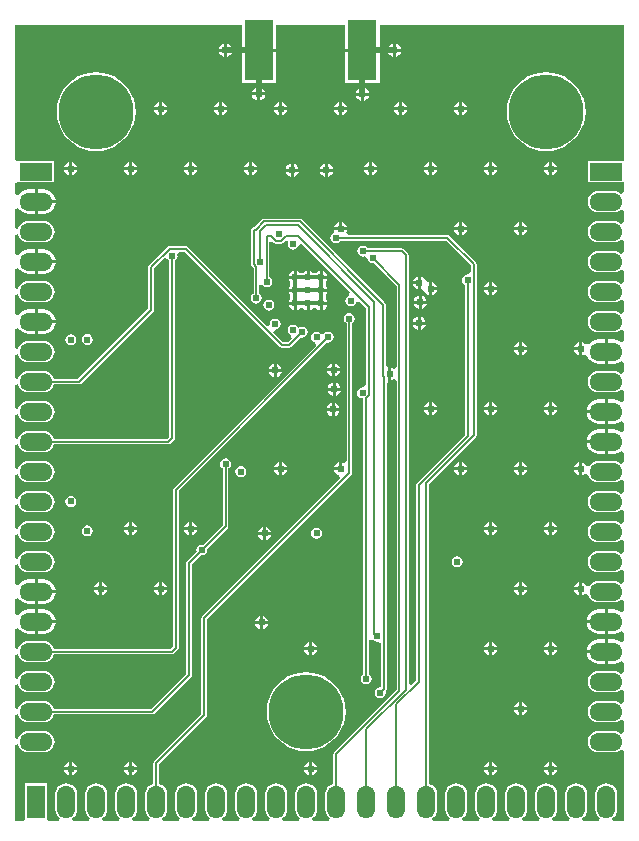
<source format=gbl>
G04 Layer_Physical_Order=4*
G04 Layer_Color=16711680*
%FSLAX25Y25*%
%MOIN*%
G70*
G01*
G75*
%ADD19R,0.09508X0.20000*%
%ADD21C,0.00600*%
%ADD22C,0.02000*%
%ADD23C,0.00700*%
%ADD24C,0.01200*%
%ADD27C,0.25000*%
%ADD28O,0.11000X0.06000*%
%ADD29R,0.11000X0.06000*%
%ADD30O,0.06000X0.11000*%
%ADD31R,0.06000X0.11000*%
%ADD32C,0.02400*%
%ADD33C,0.02362*%
G36*
X304461Y322600D02*
X292400D01*
Y315400D01*
X304461D01*
Y312046D01*
X303899Y311745D01*
X303461Y311649D01*
X302816Y312145D01*
X301940Y312507D01*
X301000Y312631D01*
X296000D01*
X295060Y312507D01*
X294184Y312145D01*
X293432Y311567D01*
X292855Y310816D01*
X292493Y309940D01*
X292369Y309000D01*
X292493Y308060D01*
X292855Y307185D01*
X293432Y306433D01*
X294184Y305855D01*
X295060Y305493D01*
X296000Y305369D01*
X301000D01*
X301940Y305493D01*
X302816Y305855D01*
X303461Y306351D01*
X303899Y306255D01*
X304461Y305954D01*
Y302046D01*
X303899Y301745D01*
X303461Y301649D01*
X302816Y302145D01*
X301940Y302507D01*
X301000Y302631D01*
X296000D01*
X295060Y302507D01*
X294184Y302145D01*
X293432Y301568D01*
X292855Y300816D01*
X292493Y299940D01*
X292369Y299000D01*
X292493Y298060D01*
X292855Y297184D01*
X293432Y296432D01*
X294184Y295855D01*
X295060Y295493D01*
X296000Y295369D01*
X301000D01*
X301940Y295493D01*
X302816Y295855D01*
X303461Y296351D01*
X303899Y296255D01*
X304461Y295954D01*
Y292046D01*
X303899Y291745D01*
X303461Y291649D01*
X302816Y292145D01*
X301940Y292507D01*
X301000Y292631D01*
X296000D01*
X295060Y292507D01*
X294184Y292145D01*
X293432Y291567D01*
X292855Y290815D01*
X292493Y289940D01*
X292369Y289000D01*
X292493Y288060D01*
X292855Y287185D01*
X293432Y286433D01*
X294184Y285855D01*
X295060Y285493D01*
X296000Y285369D01*
X301000D01*
X301940Y285493D01*
X302816Y285855D01*
X303461Y286351D01*
X303899Y286255D01*
X304461Y285954D01*
Y282046D01*
X303899Y281745D01*
X303461Y281649D01*
X302816Y282145D01*
X301940Y282507D01*
X301000Y282631D01*
X296000D01*
X295060Y282507D01*
X294184Y282145D01*
X293432Y281568D01*
X292855Y280816D01*
X292493Y279940D01*
X292369Y279000D01*
X292493Y278060D01*
X292855Y277185D01*
X293432Y276432D01*
X294184Y275855D01*
X295060Y275493D01*
X296000Y275369D01*
X301000D01*
X301940Y275493D01*
X302816Y275855D01*
X303461Y276351D01*
X303899Y276255D01*
X304461Y275954D01*
Y272046D01*
X303899Y271745D01*
X303461Y271649D01*
X302816Y272145D01*
X301940Y272507D01*
X301000Y272631D01*
X296000D01*
X295060Y272507D01*
X294184Y272145D01*
X293432Y271568D01*
X292855Y270815D01*
X292493Y269940D01*
X292369Y269000D01*
X292493Y268060D01*
X292855Y267184D01*
X293432Y266432D01*
X294184Y265855D01*
X295060Y265493D01*
X296000Y265369D01*
X301000D01*
X301940Y265493D01*
X302816Y265855D01*
X303461Y266351D01*
X303899Y266255D01*
X304461Y265954D01*
Y262647D01*
X303461Y262154D01*
X303017Y262494D01*
X302044Y262897D01*
X301000Y263035D01*
X299000D01*
Y259000D01*
Y254965D01*
X301000D01*
X302044Y255103D01*
X303017Y255506D01*
X303461Y255846D01*
X304461Y255353D01*
Y252046D01*
X303899Y251745D01*
X303461Y251649D01*
X302816Y252145D01*
X301940Y252507D01*
X301000Y252631D01*
X296000D01*
X295060Y252507D01*
X294184Y252145D01*
X293432Y251568D01*
X292855Y250816D01*
X292493Y249940D01*
X292369Y249000D01*
X292493Y248060D01*
X292855Y247184D01*
X293432Y246432D01*
X294184Y245855D01*
X295060Y245493D01*
X296000Y245369D01*
X301000D01*
X301940Y245493D01*
X302816Y245855D01*
X303461Y246351D01*
X303899Y246255D01*
X304461Y245954D01*
Y242647D01*
X303461Y242154D01*
X303017Y242494D01*
X302044Y242897D01*
X301000Y243035D01*
X299000D01*
Y239000D01*
Y234965D01*
X301000D01*
X302044Y235103D01*
X303017Y235506D01*
X303461Y235846D01*
X304461Y235353D01*
Y232647D01*
X303461Y232154D01*
X303017Y232494D01*
X302044Y232897D01*
X301000Y233034D01*
X299000D01*
Y229000D01*
Y224966D01*
X301000D01*
X302044Y225103D01*
X303017Y225506D01*
X303461Y225846D01*
X304461Y225353D01*
Y222046D01*
X303899Y221745D01*
X303461Y221649D01*
X302816Y222145D01*
X301940Y222507D01*
X301000Y222631D01*
X296000D01*
X295060Y222507D01*
X294184Y222145D01*
X293432Y221568D01*
X293046Y221064D01*
X292739Y220999D01*
X292206Y221021D01*
X291898Y221119D01*
X291586Y221586D01*
X290858Y222072D01*
X290500Y222144D01*
Y220000D01*
Y217856D01*
X290858Y217928D01*
X291449Y218323D01*
X292121Y218179D01*
X292516Y218005D01*
X292855Y217184D01*
X293432Y216432D01*
X294184Y215855D01*
X295060Y215493D01*
X296000Y215369D01*
X301000D01*
X301940Y215493D01*
X302816Y215855D01*
X303461Y216351D01*
X303899Y216255D01*
X304461Y215954D01*
Y212046D01*
X303899Y211745D01*
X303461Y211649D01*
X302816Y212145D01*
X301940Y212507D01*
X301000Y212631D01*
X296000D01*
X295060Y212507D01*
X294184Y212145D01*
X293432Y211567D01*
X292855Y210816D01*
X292493Y209940D01*
X292369Y209000D01*
X292493Y208060D01*
X292855Y207185D01*
X293432Y206433D01*
X294184Y205855D01*
X295060Y205493D01*
X296000Y205369D01*
X301000D01*
X301940Y205493D01*
X302816Y205855D01*
X303461Y206351D01*
X303899Y206255D01*
X304461Y205954D01*
Y202046D01*
X303899Y201745D01*
X303461Y201649D01*
X302816Y202145D01*
X301940Y202507D01*
X301000Y202631D01*
X296000D01*
X295060Y202507D01*
X294184Y202145D01*
X293432Y201568D01*
X292855Y200816D01*
X292493Y199940D01*
X292369Y199000D01*
X292493Y198060D01*
X292855Y197185D01*
X293432Y196432D01*
X294184Y195855D01*
X295060Y195493D01*
X296000Y195369D01*
X301000D01*
X301940Y195493D01*
X302816Y195855D01*
X303461Y196351D01*
X303899Y196255D01*
X304461Y195954D01*
Y192046D01*
X303899Y191745D01*
X303461Y191649D01*
X302816Y192145D01*
X301940Y192507D01*
X301000Y192631D01*
X296000D01*
X295060Y192507D01*
X294184Y192145D01*
X293432Y191568D01*
X292855Y190815D01*
X292493Y189940D01*
X292369Y189000D01*
X292493Y188060D01*
X292855Y187185D01*
X293432Y186432D01*
X294184Y185855D01*
X295060Y185493D01*
X296000Y185369D01*
X301000D01*
X301940Y185493D01*
X302816Y185855D01*
X303461Y186351D01*
X303899Y186255D01*
X304461Y185954D01*
Y182046D01*
X303899Y181745D01*
X303461Y181649D01*
X302816Y182145D01*
X301940Y182507D01*
X301000Y182631D01*
X296000D01*
X295060Y182507D01*
X294184Y182145D01*
X293432Y181568D01*
X293046Y181064D01*
X292739Y180999D01*
X292206Y181021D01*
X291898Y181119D01*
X291586Y181586D01*
X290858Y182072D01*
X290500Y182144D01*
Y180000D01*
Y177856D01*
X290858Y177928D01*
X291449Y178323D01*
X292121Y178179D01*
X292516Y178005D01*
X292855Y177184D01*
X293432Y176432D01*
X294184Y175855D01*
X295060Y175493D01*
X296000Y175369D01*
X301000D01*
X301940Y175493D01*
X302816Y175855D01*
X303461Y176351D01*
X303899Y176255D01*
X304461Y175954D01*
Y172647D01*
X303461Y172154D01*
X303017Y172494D01*
X302044Y172897D01*
X301000Y173035D01*
X299000D01*
Y169000D01*
Y164965D01*
X301000D01*
X302044Y165103D01*
X303017Y165506D01*
X303461Y165846D01*
X304461Y165353D01*
Y162647D01*
X303461Y162154D01*
X303017Y162494D01*
X302044Y162897D01*
X301000Y163034D01*
X299000D01*
Y159000D01*
Y154965D01*
X301000D01*
X302044Y155103D01*
X303017Y155506D01*
X303461Y155846D01*
X304461Y155353D01*
Y152046D01*
X303899Y151745D01*
X303461Y151649D01*
X302816Y152145D01*
X301940Y152507D01*
X301000Y152631D01*
X296000D01*
X295060Y152507D01*
X294184Y152145D01*
X293432Y151568D01*
X292855Y150815D01*
X292493Y149940D01*
X292369Y149000D01*
X292493Y148060D01*
X292855Y147185D01*
X293432Y146432D01*
X294184Y145855D01*
X295060Y145493D01*
X296000Y145369D01*
X301000D01*
X301940Y145493D01*
X302816Y145855D01*
X303461Y146351D01*
X303899Y146255D01*
X304461Y145954D01*
Y142046D01*
X303899Y141745D01*
X303461Y141649D01*
X302816Y142145D01*
X301940Y142507D01*
X301000Y142631D01*
X296000D01*
X295060Y142507D01*
X294184Y142145D01*
X293432Y141568D01*
X292855Y140815D01*
X292493Y139940D01*
X292369Y139000D01*
X292493Y138060D01*
X292855Y137185D01*
X293432Y136432D01*
X294184Y135855D01*
X295060Y135493D01*
X296000Y135369D01*
X301000D01*
X301940Y135493D01*
X302816Y135855D01*
X303461Y136351D01*
X303899Y136255D01*
X304461Y135954D01*
Y132046D01*
X303899Y131745D01*
X303461Y131649D01*
X302816Y132145D01*
X301940Y132507D01*
X301000Y132631D01*
X296000D01*
X295060Y132507D01*
X294184Y132145D01*
X293432Y131568D01*
X292855Y130815D01*
X292493Y129940D01*
X292369Y129000D01*
X292493Y128060D01*
X292855Y127184D01*
X293432Y126432D01*
X294184Y125855D01*
X295060Y125493D01*
X296000Y125369D01*
X301000D01*
X301940Y125493D01*
X302816Y125855D01*
X303461Y126351D01*
X303899Y126255D01*
X304461Y125954D01*
Y102539D01*
X300839D01*
X300555Y103539D01*
X301067Y103932D01*
X301645Y104684D01*
X302007Y105560D01*
X302131Y106500D01*
Y111500D01*
X302007Y112440D01*
X301645Y113315D01*
X301067Y114068D01*
X300315Y114645D01*
X299440Y115007D01*
X298500Y115131D01*
X297560Y115007D01*
X296685Y114645D01*
X295933Y114068D01*
X295355Y113315D01*
X294993Y112440D01*
X294869Y111500D01*
Y106500D01*
X294993Y105560D01*
X295355Y104684D01*
X295933Y103932D01*
X296445Y103539D01*
X296161Y102539D01*
X290839D01*
X290555Y103539D01*
X291068Y103932D01*
X291645Y104684D01*
X292007Y105560D01*
X292131Y106500D01*
Y111500D01*
X292007Y112440D01*
X291645Y113315D01*
X291068Y114068D01*
X290316Y114645D01*
X289440Y115007D01*
X288500Y115131D01*
X287560Y115007D01*
X286684Y114645D01*
X285932Y114068D01*
X285355Y113315D01*
X284993Y112440D01*
X284869Y111500D01*
Y106500D01*
X284993Y105560D01*
X285355Y104684D01*
X285932Y103932D01*
X286445Y103539D01*
X286161Y102539D01*
X280839D01*
X280555Y103539D01*
X281067Y103932D01*
X281645Y104684D01*
X282007Y105560D01*
X282131Y106500D01*
Y111500D01*
X282007Y112440D01*
X281645Y113315D01*
X281067Y114068D01*
X280315Y114645D01*
X279440Y115007D01*
X278500Y115131D01*
X277560Y115007D01*
X276684Y114645D01*
X275933Y114068D01*
X275355Y113315D01*
X274993Y112440D01*
X274869Y111500D01*
Y106500D01*
X274993Y105560D01*
X275355Y104684D01*
X275933Y103932D01*
X276445Y103539D01*
X276161Y102539D01*
X270839D01*
X270555Y103539D01*
X271068Y103932D01*
X271645Y104684D01*
X272007Y105560D01*
X272131Y106500D01*
Y111500D01*
X272007Y112440D01*
X271645Y113315D01*
X271068Y114068D01*
X270316Y114645D01*
X269440Y115007D01*
X268500Y115131D01*
X267560Y115007D01*
X266685Y114645D01*
X265932Y114068D01*
X265355Y113315D01*
X264993Y112440D01*
X264869Y111500D01*
Y106500D01*
X264993Y105560D01*
X265355Y104684D01*
X265932Y103932D01*
X266445Y103539D01*
X266161Y102539D01*
X260839D01*
X260555Y103539D01*
X261068Y103932D01*
X261645Y104684D01*
X262007Y105560D01*
X262131Y106500D01*
Y111500D01*
X262007Y112440D01*
X261645Y113315D01*
X261068Y114068D01*
X260315Y114645D01*
X259440Y115007D01*
X258500Y115131D01*
X257560Y115007D01*
X256684Y114645D01*
X255932Y114068D01*
X255355Y113315D01*
X254993Y112440D01*
X254869Y111500D01*
Y106500D01*
X254993Y105560D01*
X255355Y104684D01*
X255932Y103932D01*
X256445Y103539D01*
X256161Y102539D01*
X250839D01*
X250555Y103539D01*
X251067Y103932D01*
X251645Y104684D01*
X252007Y105560D01*
X252131Y106500D01*
Y111500D01*
X252007Y112440D01*
X251645Y113315D01*
X251067Y114068D01*
X250315Y114645D01*
X249440Y115007D01*
X248500Y115131D01*
X247560Y115007D01*
X246685Y114645D01*
X245933Y114068D01*
X245355Y113315D01*
X244993Y112440D01*
X244869Y111500D01*
Y106500D01*
X244993Y105560D01*
X245355Y104684D01*
X245933Y103932D01*
X246445Y103539D01*
X246161Y102539D01*
X240839D01*
X240555Y103539D01*
X241068Y103932D01*
X241645Y104684D01*
X242007Y105560D01*
X242131Y106500D01*
Y111500D01*
X242007Y112440D01*
X241645Y113315D01*
X241068Y114068D01*
X240316Y114645D01*
X239440Y115007D01*
X239418Y115010D01*
Y214820D01*
X255052Y230454D01*
X255251Y230752D01*
X255321Y231103D01*
Y288116D01*
X255251Y288468D01*
X255052Y288765D01*
X246269Y297549D01*
X245971Y297748D01*
X245620Y297818D01*
X212357D01*
X211856Y298818D01*
X212072Y299142D01*
X212144Y299500D01*
X207811D01*
X207698Y298596D01*
X207102Y298198D01*
X206704Y297602D01*
X206565Y296900D01*
X206704Y296198D01*
X207102Y295602D01*
X207698Y295204D01*
X208400Y295065D01*
X209102Y295204D01*
X209698Y295602D01*
X209952Y295982D01*
X245240D01*
X253486Y287736D01*
Y285384D01*
X252486Y284698D01*
X252300Y284735D01*
X251598Y284596D01*
X251002Y284198D01*
X250604Y283602D01*
X250465Y282900D01*
X250604Y282198D01*
X251002Y281602D01*
X251382Y281348D01*
Y231080D01*
X235351Y215049D01*
X235152Y214751D01*
X235082Y214400D01*
Y149280D01*
X233556Y147753D01*
X232632Y148136D01*
Y291186D01*
X232562Y291537D01*
X232363Y291835D01*
X231049Y293149D01*
X230751Y293348D01*
X230400Y293418D01*
X218952D01*
X218698Y293798D01*
X218102Y294196D01*
X217400Y294335D01*
X216698Y294196D01*
X216102Y293798D01*
X215704Y293202D01*
X215565Y292500D01*
X215704Y291798D01*
X216102Y291202D01*
X216698Y290804D01*
X217400Y290665D01*
X217948Y290774D01*
X218589Y290368D01*
X218871Y290115D01*
X218993Y289498D01*
X219391Y288902D01*
X219987Y288504D01*
X220689Y288365D01*
X221137Y288454D01*
X228682Y280909D01*
Y253792D01*
X228592Y253713D01*
X227682Y253349D01*
X227236Y253647D01*
X226878Y253718D01*
Y251575D01*
Y249431D01*
X227236Y249502D01*
X227682Y249800D01*
X228592Y249437D01*
X228682Y249358D01*
Y146280D01*
X207851Y125449D01*
X207652Y125151D01*
X207582Y124800D01*
Y115010D01*
X207560Y115007D01*
X206684Y114645D01*
X205932Y114068D01*
X205355Y113315D01*
X204993Y112440D01*
X204869Y111500D01*
Y106500D01*
X204993Y105560D01*
X205355Y104684D01*
X205932Y103932D01*
X206445Y103539D01*
X206161Y102539D01*
X200839D01*
X200555Y103539D01*
X201068Y103932D01*
X201645Y104684D01*
X202007Y105560D01*
X202131Y106500D01*
Y111500D01*
X202007Y112440D01*
X201645Y113315D01*
X201068Y114068D01*
X200315Y114645D01*
X199440Y115007D01*
X198500Y115131D01*
X197560Y115007D01*
X196685Y114645D01*
X195932Y114068D01*
X195355Y113315D01*
X194993Y112440D01*
X194869Y111500D01*
Y106500D01*
X194993Y105560D01*
X195355Y104684D01*
X195932Y103932D01*
X196445Y103539D01*
X196161Y102539D01*
X190839D01*
X190555Y103539D01*
X191068Y103932D01*
X191645Y104684D01*
X192007Y105560D01*
X192131Y106500D01*
Y111500D01*
X192007Y112440D01*
X191645Y113315D01*
X191068Y114068D01*
X190315Y114645D01*
X189440Y115007D01*
X188500Y115131D01*
X187560Y115007D01*
X186685Y114645D01*
X185932Y114068D01*
X185355Y113315D01*
X184993Y112440D01*
X184869Y111500D01*
Y106500D01*
X184993Y105560D01*
X185355Y104684D01*
X185932Y103932D01*
X186445Y103539D01*
X186161Y102539D01*
X180839D01*
X180555Y103539D01*
X181068Y103932D01*
X181645Y104684D01*
X182007Y105560D01*
X182131Y106500D01*
Y111500D01*
X182007Y112440D01*
X181645Y113315D01*
X181068Y114068D01*
X180315Y114645D01*
X179440Y115007D01*
X178500Y115131D01*
X177560Y115007D01*
X176684Y114645D01*
X175932Y114068D01*
X175355Y113315D01*
X174993Y112440D01*
X174869Y111500D01*
Y106500D01*
X174993Y105560D01*
X175355Y104684D01*
X175932Y103932D01*
X176445Y103539D01*
X176161Y102539D01*
X170839D01*
X170555Y103539D01*
X171068Y103932D01*
X171645Y104684D01*
X172007Y105560D01*
X172131Y106500D01*
Y111500D01*
X172007Y112440D01*
X171645Y113315D01*
X171068Y114068D01*
X170316Y114645D01*
X169440Y115007D01*
X168500Y115131D01*
X167560Y115007D01*
X166684Y114645D01*
X165932Y114068D01*
X165355Y113315D01*
X164993Y112440D01*
X164869Y111500D01*
Y106500D01*
X164993Y105560D01*
X165355Y104684D01*
X165932Y103932D01*
X166445Y103539D01*
X166161Y102539D01*
X160839D01*
X160555Y103539D01*
X161068Y103932D01*
X161645Y104684D01*
X162007Y105560D01*
X162131Y106500D01*
Y111500D01*
X162007Y112440D01*
X161645Y113315D01*
X161068Y114068D01*
X160316Y114645D01*
X159440Y115007D01*
X158500Y115131D01*
X157560Y115007D01*
X156685Y114645D01*
X155932Y114068D01*
X155355Y113315D01*
X154993Y112440D01*
X154869Y111500D01*
Y106500D01*
X154993Y105560D01*
X155355Y104684D01*
X155932Y103932D01*
X156445Y103539D01*
X156161Y102539D01*
X150839D01*
X150555Y103539D01*
X151068Y103932D01*
X151645Y104684D01*
X152007Y105560D01*
X152131Y106500D01*
Y111500D01*
X152007Y112440D01*
X151645Y113315D01*
X151068Y114068D01*
X150315Y114645D01*
X149440Y115007D01*
X149418Y115010D01*
Y121420D01*
X165149Y137151D01*
X165348Y137449D01*
X165418Y137800D01*
Y169820D01*
X213549Y217951D01*
X213748Y218249D01*
X213818Y218600D01*
Y268448D01*
X214198Y268702D01*
X214596Y269298D01*
X214735Y270000D01*
X214596Y270702D01*
X214198Y271298D01*
X213602Y271696D01*
X212900Y271835D01*
X212198Y271696D01*
X211602Y271298D01*
X211204Y270702D01*
X211065Y270000D01*
X211204Y269298D01*
X211602Y268702D01*
X211982Y268448D01*
Y222524D01*
X210982Y221989D01*
X210858Y222072D01*
X210500Y222144D01*
Y220000D01*
X210000D01*
Y219500D01*
X207856D01*
X207928Y219142D01*
X208414Y218414D01*
X209142Y217928D01*
X209454Y217866D01*
X209783Y216780D01*
X163851Y170849D01*
X163652Y170551D01*
X163582Y170200D01*
Y138180D01*
X147851Y122449D01*
X147652Y122151D01*
X147582Y121800D01*
Y115010D01*
X147560Y115007D01*
X146685Y114645D01*
X145932Y114068D01*
X145355Y113315D01*
X144993Y112440D01*
X144869Y111500D01*
Y106500D01*
X144993Y105560D01*
X145355Y104684D01*
X145932Y103932D01*
X146445Y103539D01*
X146161Y102539D01*
X140839D01*
X140555Y103539D01*
X141068Y103932D01*
X141645Y104684D01*
X142007Y105560D01*
X142131Y106500D01*
Y111500D01*
X142007Y112440D01*
X141645Y113315D01*
X141068Y114068D01*
X140315Y114645D01*
X139440Y115007D01*
X138500Y115131D01*
X137560Y115007D01*
X136685Y114645D01*
X135932Y114068D01*
X135355Y113315D01*
X134993Y112440D01*
X134869Y111500D01*
Y106500D01*
X134993Y105560D01*
X135355Y104684D01*
X135932Y103932D01*
X136445Y103539D01*
X136161Y102539D01*
X130839D01*
X130555Y103539D01*
X131068Y103932D01*
X131645Y104684D01*
X132007Y105560D01*
X132131Y106500D01*
Y111500D01*
X132007Y112440D01*
X131645Y113315D01*
X131068Y114068D01*
X130315Y114645D01*
X129440Y115007D01*
X128500Y115131D01*
X127560Y115007D01*
X126684Y114645D01*
X125932Y114068D01*
X125355Y113315D01*
X124993Y112440D01*
X124869Y111500D01*
Y106500D01*
X124993Y105560D01*
X125355Y104684D01*
X125932Y103932D01*
X126445Y103539D01*
X126161Y102539D01*
X120839D01*
X120555Y103539D01*
X121068Y103932D01*
X121645Y104684D01*
X122007Y105560D01*
X122131Y106500D01*
Y111500D01*
X122007Y112440D01*
X121645Y113315D01*
X121068Y114068D01*
X120316Y114645D01*
X119440Y115007D01*
X118500Y115131D01*
X117560Y115007D01*
X116684Y114645D01*
X115932Y114068D01*
X115355Y113315D01*
X114993Y112440D01*
X114869Y111500D01*
Y106500D01*
X114993Y105560D01*
X115355Y104684D01*
X115932Y103932D01*
X116445Y103539D01*
X116161Y102539D01*
X112951D01*
X112100Y102900D01*
X112100Y103539D01*
Y115100D01*
X104900D01*
Y103539D01*
X104900Y102900D01*
X104050Y102539D01*
X101539D01*
Y127864D01*
X102493Y128060D01*
X102855Y127184D01*
X103432Y126432D01*
X104184Y125855D01*
X105060Y125493D01*
X106000Y125369D01*
X111000D01*
X111940Y125493D01*
X112815Y125855D01*
X113568Y126432D01*
X114145Y127184D01*
X114507Y128060D01*
X114631Y129000D01*
X114507Y129940D01*
X114145Y130815D01*
X113568Y131568D01*
X112815Y132145D01*
X111940Y132507D01*
X111000Y132631D01*
X106000D01*
X105060Y132507D01*
X104184Y132145D01*
X103432Y131568D01*
X102855Y130815D01*
X102493Y129940D01*
X101539Y130136D01*
Y137864D01*
X102493Y138060D01*
X102855Y137185D01*
X103432Y136432D01*
X104184Y135855D01*
X105060Y135493D01*
X106000Y135369D01*
X111000D01*
X111940Y135493D01*
X112815Y135855D01*
X113568Y136432D01*
X114145Y137185D01*
X114495Y138031D01*
X147268D01*
X147638Y138105D01*
X147953Y138315D01*
X160134Y150496D01*
X160344Y150810D01*
X160417Y151181D01*
Y188181D01*
X163391Y191155D01*
X163779Y191078D01*
X164482Y191218D01*
X165077Y191616D01*
X165475Y192211D01*
X165615Y192913D01*
X165538Y193302D01*
X172338Y200102D01*
X172548Y200417D01*
X172622Y200787D01*
Y220136D01*
X172951Y220356D01*
X173349Y220951D01*
X173489Y221654D01*
X173349Y222356D01*
X172951Y222951D01*
X172356Y223349D01*
X171653Y223489D01*
X170951Y223349D01*
X170356Y222951D01*
X169958Y222356D01*
X169818Y221654D01*
X169958Y220951D01*
X170356Y220356D01*
X170685Y220136D01*
Y201189D01*
X164168Y194671D01*
X163779Y194749D01*
X163077Y194609D01*
X162482Y194211D01*
X162084Y193616D01*
X161944Y192913D01*
X162022Y192525D01*
X158764Y189268D01*
X158554Y188953D01*
X158480Y188583D01*
Y151582D01*
X146867Y139969D01*
X114495D01*
X114145Y140815D01*
X113568Y141568D01*
X112815Y142145D01*
X111940Y142507D01*
X111000Y142631D01*
X106000D01*
X105060Y142507D01*
X104184Y142145D01*
X103432Y141568D01*
X102855Y140815D01*
X102493Y139940D01*
X101539Y140136D01*
Y147864D01*
X102493Y148060D01*
X102855Y147185D01*
X103432Y146432D01*
X104184Y145855D01*
X105060Y145493D01*
X106000Y145369D01*
X111000D01*
X111940Y145493D01*
X112815Y145855D01*
X113568Y146432D01*
X114145Y147185D01*
X114507Y148060D01*
X114631Y149000D01*
X114507Y149940D01*
X114145Y150815D01*
X113568Y151568D01*
X112815Y152145D01*
X111940Y152507D01*
X111000Y152631D01*
X106000D01*
X105060Y152507D01*
X104184Y152145D01*
X103432Y151568D01*
X102855Y150815D01*
X102493Y149940D01*
X101539Y150136D01*
Y157864D01*
X102493Y158060D01*
X102855Y157185D01*
X103432Y156432D01*
X104184Y155855D01*
X105060Y155493D01*
X106000Y155369D01*
X111000D01*
X111940Y155493D01*
X112815Y155855D01*
X113568Y156432D01*
X114145Y157185D01*
X114507Y158060D01*
X114510Y158082D01*
X153750D01*
X154101Y158152D01*
X154399Y158351D01*
X155749Y159701D01*
X155948Y159999D01*
X156018Y160350D01*
Y212620D01*
X205452Y262054D01*
X205900Y261965D01*
X206602Y262104D01*
X207198Y262502D01*
X207596Y263098D01*
X207735Y263800D01*
X207596Y264502D01*
X207198Y265098D01*
X206602Y265496D01*
X205900Y265635D01*
X205198Y265496D01*
X204602Y265098D01*
X204511Y264961D01*
X203351Y264950D01*
X203266Y265077D01*
X202671Y265475D01*
X201969Y265615D01*
X201266Y265475D01*
X200671Y265077D01*
X200273Y264482D01*
X200133Y263779D01*
X200273Y263077D01*
X200671Y262482D01*
X201266Y262084D01*
X201438Y262050D01*
X201767Y260965D01*
X154451Y213649D01*
X154252Y213351D01*
X154182Y213000D01*
Y160730D01*
X153370Y159918D01*
X114510D01*
X114507Y159940D01*
X114145Y160816D01*
X113568Y161568D01*
X112815Y162145D01*
X111940Y162507D01*
X111000Y162631D01*
X106000D01*
X105060Y162507D01*
X104184Y162145D01*
X103432Y161568D01*
X102855Y160816D01*
X102493Y159940D01*
X101539Y160136D01*
Y166600D01*
X102438Y166948D01*
X102539Y166940D01*
X103147Y166147D01*
X103983Y165506D01*
X104956Y165103D01*
X106000Y164965D01*
X108000D01*
Y169000D01*
Y173035D01*
X106000D01*
X104956Y172897D01*
X103983Y172494D01*
X103147Y171853D01*
X102539Y171060D01*
X102438Y171052D01*
X101539Y171400D01*
Y176600D01*
X102438Y176948D01*
X102539Y176940D01*
X103147Y176147D01*
X103983Y175506D01*
X104956Y175103D01*
X106000Y174966D01*
X108000D01*
Y179000D01*
Y183035D01*
X106000D01*
X104956Y182897D01*
X103983Y182494D01*
X103147Y181853D01*
X102539Y181060D01*
X102438Y181052D01*
X101539Y181400D01*
Y187864D01*
X102493Y188060D01*
X102855Y187185D01*
X103432Y186432D01*
X104184Y185855D01*
X105060Y185493D01*
X106000Y185369D01*
X111000D01*
X111940Y185493D01*
X112815Y185855D01*
X113568Y186432D01*
X114145Y187185D01*
X114507Y188060D01*
X114631Y189000D01*
X114507Y189940D01*
X114145Y190815D01*
X113568Y191568D01*
X112815Y192145D01*
X111940Y192507D01*
X111000Y192631D01*
X106000D01*
X105060Y192507D01*
X104184Y192145D01*
X103432Y191568D01*
X102855Y190815D01*
X102493Y189940D01*
X101539Y190136D01*
Y197864D01*
X102493Y198060D01*
X102855Y197185D01*
X103432Y196432D01*
X104184Y195855D01*
X105060Y195493D01*
X106000Y195369D01*
X111000D01*
X111940Y195493D01*
X112815Y195855D01*
X113568Y196432D01*
X114145Y197185D01*
X114507Y198060D01*
X114631Y199000D01*
X114507Y199940D01*
X114145Y200816D01*
X113568Y201568D01*
X112815Y202145D01*
X111940Y202507D01*
X111000Y202631D01*
X106000D01*
X105060Y202507D01*
X104184Y202145D01*
X103432Y201568D01*
X102855Y200816D01*
X102493Y199940D01*
X101539Y200136D01*
Y207864D01*
X102493Y208060D01*
X102855Y207185D01*
X103432Y206433D01*
X104184Y205855D01*
X105060Y205493D01*
X106000Y205369D01*
X111000D01*
X111940Y205493D01*
X112815Y205855D01*
X113568Y206433D01*
X114145Y207185D01*
X114507Y208060D01*
X114631Y209000D01*
X114507Y209940D01*
X114145Y210816D01*
X113568Y211567D01*
X112815Y212145D01*
X111940Y212507D01*
X111000Y212631D01*
X106000D01*
X105060Y212507D01*
X104184Y212145D01*
X103432Y211567D01*
X102855Y210816D01*
X102493Y209940D01*
X101539Y210136D01*
Y217864D01*
X102493Y218060D01*
X102855Y217184D01*
X103432Y216432D01*
X104184Y215855D01*
X105060Y215493D01*
X106000Y215369D01*
X111000D01*
X111940Y215493D01*
X112815Y215855D01*
X113568Y216432D01*
X114145Y217184D01*
X114507Y218060D01*
X114631Y219000D01*
X114507Y219940D01*
X114145Y220815D01*
X113568Y221568D01*
X112815Y222145D01*
X111940Y222507D01*
X111000Y222631D01*
X106000D01*
X105060Y222507D01*
X104184Y222145D01*
X103432Y221568D01*
X102855Y220815D01*
X102493Y219940D01*
X101539Y220136D01*
Y227864D01*
X102493Y228060D01*
X102855Y227185D01*
X103432Y226432D01*
X104184Y225855D01*
X105060Y225493D01*
X106000Y225369D01*
X111000D01*
X111940Y225493D01*
X112815Y225855D01*
X113568Y226432D01*
X114145Y227185D01*
X114507Y228060D01*
X114510Y228082D01*
X152500D01*
X152851Y228152D01*
X153149Y228351D01*
X154449Y229651D01*
X154648Y229949D01*
X154718Y230300D01*
Y289448D01*
X155098Y289702D01*
X155496Y290298D01*
X155635Y291000D01*
X155577Y291295D01*
X156213Y292292D01*
X158018Y292284D01*
X189701Y260601D01*
X189999Y260402D01*
X190350Y260332D01*
X192950D01*
X193301Y260402D01*
X193599Y260601D01*
X196752Y263754D01*
X197200Y263665D01*
X197902Y263804D01*
X198498Y264202D01*
X198896Y264798D01*
X199035Y265500D01*
X198896Y266202D01*
X198498Y266798D01*
X197902Y267196D01*
X197200Y267335D01*
X196498Y267196D01*
X195905Y266800D01*
X195522Y267373D01*
X194927Y267771D01*
X194224Y267911D01*
X193522Y267771D01*
X192927Y267373D01*
X192529Y266778D01*
X192389Y266076D01*
X192529Y265373D01*
X192927Y264778D01*
X193430Y264442D01*
X193546Y264255D01*
X193723Y263320D01*
X192570Y262168D01*
X190730D01*
X187507Y265391D01*
X187999Y266313D01*
X188189Y266275D01*
X188891Y266415D01*
X189487Y266812D01*
X189885Y267408D01*
X190024Y268110D01*
X189885Y268812D01*
X189487Y269408D01*
X188891Y269806D01*
X188189Y269946D01*
X187487Y269806D01*
X186891Y269408D01*
X186493Y268812D01*
X186354Y268110D01*
X186391Y267920D01*
X185470Y267428D01*
X159049Y293849D01*
X158901Y293948D01*
X158755Y294046D01*
X158753Y294047D01*
X158751Y294048D01*
X158578Y294082D01*
X158404Y294118D01*
X152980Y294142D01*
X152978Y294141D01*
X152976Y294142D01*
X152803Y294107D01*
X152628Y294074D01*
X152627Y294072D01*
X152625Y294072D01*
X152478Y293974D01*
X152330Y293876D01*
X152329Y293874D01*
X152327Y293873D01*
X146151Y287697D01*
X145952Y287400D01*
X145882Y287048D01*
Y273380D01*
X122420Y249918D01*
X114510D01*
X114507Y249940D01*
X114145Y250816D01*
X113568Y251568D01*
X112815Y252145D01*
X111940Y252507D01*
X111000Y252631D01*
X106000D01*
X105060Y252507D01*
X104184Y252145D01*
X103432Y251568D01*
X102855Y250816D01*
X102493Y249940D01*
X101539Y250136D01*
Y257864D01*
X102493Y258060D01*
X102855Y257185D01*
X103432Y256433D01*
X104184Y255855D01*
X105060Y255493D01*
X106000Y255369D01*
X111000D01*
X111940Y255493D01*
X112815Y255855D01*
X113568Y256433D01*
X114145Y257185D01*
X114507Y258060D01*
X114631Y259000D01*
X114507Y259940D01*
X114145Y260816D01*
X113568Y261567D01*
X112815Y262145D01*
X111940Y262507D01*
X111000Y262631D01*
X106000D01*
X105060Y262507D01*
X104184Y262145D01*
X103432Y261567D01*
X102855Y260816D01*
X102493Y259940D01*
X101539Y260136D01*
Y266600D01*
X102438Y266948D01*
X102539Y266940D01*
X103147Y266147D01*
X103983Y265506D01*
X104956Y265103D01*
X106000Y264966D01*
X108000D01*
Y269000D01*
Y273035D01*
X106000D01*
X104956Y272897D01*
X103983Y272494D01*
X103147Y271853D01*
X102539Y271060D01*
X102438Y271052D01*
X101539Y271400D01*
Y277864D01*
X102493Y278060D01*
X102855Y277185D01*
X103432Y276432D01*
X104184Y275855D01*
X105060Y275493D01*
X106000Y275369D01*
X111000D01*
X111940Y275493D01*
X112815Y275855D01*
X113568Y276432D01*
X114145Y277185D01*
X114507Y278060D01*
X114631Y279000D01*
X114507Y279940D01*
X114145Y280816D01*
X113568Y281568D01*
X112815Y282145D01*
X111940Y282507D01*
X111000Y282631D01*
X106000D01*
X105060Y282507D01*
X104184Y282145D01*
X103432Y281568D01*
X102855Y280816D01*
X102493Y279940D01*
X101539Y280136D01*
Y286600D01*
X102438Y286948D01*
X102539Y286940D01*
X103147Y286147D01*
X103983Y285506D01*
X104956Y285103D01*
X106000Y284965D01*
X108000D01*
Y289000D01*
Y293035D01*
X106000D01*
X104956Y292897D01*
X103983Y292494D01*
X103147Y291853D01*
X102539Y291060D01*
X102438Y291052D01*
X101539Y291400D01*
Y297864D01*
X102493Y298060D01*
X102855Y297184D01*
X103432Y296432D01*
X104184Y295855D01*
X105060Y295493D01*
X106000Y295369D01*
X111000D01*
X111940Y295493D01*
X112815Y295855D01*
X113568Y296432D01*
X114145Y297184D01*
X114507Y298060D01*
X114631Y299000D01*
X114507Y299940D01*
X114145Y300816D01*
X113568Y301568D01*
X112815Y302145D01*
X111940Y302507D01*
X111000Y302631D01*
X106000D01*
X105060Y302507D01*
X104184Y302145D01*
X103432Y301568D01*
X102855Y300816D01*
X102493Y299940D01*
X101539Y300136D01*
Y306600D01*
X102438Y306948D01*
X102539Y306940D01*
X103147Y306147D01*
X103983Y305506D01*
X104956Y305103D01*
X106000Y304965D01*
X108000D01*
Y309000D01*
Y313035D01*
X106000D01*
X104956Y312897D01*
X103983Y312494D01*
X103147Y311853D01*
X102539Y311060D01*
X102438Y311052D01*
X101539Y311400D01*
Y315064D01*
X102400Y315400D01*
X102539Y315400D01*
X114600D01*
Y322600D01*
X102539D01*
X102400Y322600D01*
X101539Y322936D01*
Y367961D01*
X176992D01*
Y360000D01*
X182746D01*
X188500D01*
Y367961D01*
X211500D01*
Y360000D01*
X217254D01*
X223008D01*
Y367961D01*
X304461D01*
Y322600D01*
D02*
G37*
G36*
X152367Y289904D02*
X152502Y289702D01*
X152882Y289448D01*
Y230680D01*
X152120Y229918D01*
X114510D01*
X114507Y229940D01*
X114145Y230816D01*
X113568Y231568D01*
X112815Y232145D01*
X111940Y232507D01*
X111000Y232631D01*
X106000D01*
X105060Y232507D01*
X104184Y232145D01*
X103432Y231568D01*
X102855Y230816D01*
X102493Y229940D01*
X101539Y230136D01*
Y237864D01*
X102493Y238060D01*
X102855Y237185D01*
X103432Y236433D01*
X104184Y235855D01*
X105060Y235493D01*
X106000Y235369D01*
X111000D01*
X111940Y235493D01*
X112815Y235855D01*
X113568Y236433D01*
X114145Y237185D01*
X114507Y238060D01*
X114631Y239000D01*
X114507Y239940D01*
X114145Y240815D01*
X113568Y241567D01*
X112815Y242145D01*
X111940Y242507D01*
X111000Y242631D01*
X106000D01*
X105060Y242507D01*
X104184Y242145D01*
X103432Y241567D01*
X102855Y240815D01*
X102493Y239940D01*
X101539Y240136D01*
Y247864D01*
X102493Y248060D01*
X102855Y247184D01*
X103432Y246432D01*
X104184Y245855D01*
X105060Y245493D01*
X106000Y245369D01*
X111000D01*
X111940Y245493D01*
X112815Y245855D01*
X113568Y246432D01*
X114145Y247184D01*
X114507Y248060D01*
X114510Y248082D01*
X122800D01*
X123151Y248152D01*
X123449Y248351D01*
X147449Y272351D01*
X147648Y272649D01*
X147718Y273000D01*
Y286668D01*
X151193Y290144D01*
X152367Y289904D01*
D02*
G37*
%LPC*%
G36*
X249500Y219500D02*
X247856D01*
X247928Y219142D01*
X248414Y218414D01*
X249142Y217928D01*
X249500Y217856D01*
Y219500D01*
D02*
G37*
G36*
X252144D02*
X250500D01*
Y217856D01*
X250858Y217928D01*
X251586Y218414D01*
X252072Y219142D01*
X252144Y219500D01*
D02*
G37*
G36*
X280500Y202144D02*
Y200500D01*
X282144D01*
X282072Y200858D01*
X281586Y201586D01*
X280858Y202072D01*
X280500Y202144D01*
D02*
G37*
G36*
X192144Y219500D02*
X190500D01*
Y217856D01*
X190858Y217928D01*
X191586Y218414D01*
X192072Y219142D01*
X192144Y219500D01*
D02*
G37*
G36*
X176669Y220835D02*
X175967Y220696D01*
X175372Y220298D01*
X174974Y219702D01*
X174834Y219000D01*
X174974Y218298D01*
X175372Y217702D01*
X175967Y217304D01*
X176669Y217165D01*
X177372Y217304D01*
X177967Y217702D01*
X178365Y218298D01*
X178505Y219000D01*
X178365Y219702D01*
X177967Y220298D01*
X177372Y220696D01*
X176669Y220835D01*
D02*
G37*
G36*
X189500Y219500D02*
X187856D01*
X187928Y219142D01*
X188414Y218414D01*
X189142Y217928D01*
X189500Y217856D01*
Y219500D01*
D02*
G37*
G36*
X120079Y210890D02*
X119376Y210751D01*
X118781Y210353D01*
X118383Y209757D01*
X118244Y209055D01*
X118383Y208353D01*
X118781Y207757D01*
X119376Y207360D01*
X120079Y207220D01*
X120781Y207360D01*
X121377Y207757D01*
X121774Y208353D01*
X121914Y209055D01*
X121774Y209757D01*
X121377Y210353D01*
X120781Y210751D01*
X120079Y210890D01*
D02*
G37*
G36*
X269500Y219500D02*
X267856D01*
X267928Y219142D01*
X268414Y218414D01*
X269142Y217928D01*
X269500Y217856D01*
Y219500D01*
D02*
G37*
G36*
X249500Y222144D02*
X249142Y222072D01*
X248414Y221586D01*
X247928Y220858D01*
X247856Y220500D01*
X249500D01*
Y222144D01*
D02*
G37*
G36*
X209500D02*
X209142Y222072D01*
X208414Y221586D01*
X207928Y220858D01*
X207856Y220500D01*
X209500D01*
Y222144D01*
D02*
G37*
G36*
X269500D02*
X269142Y222072D01*
X268414Y221586D01*
X267928Y220858D01*
X267856Y220500D01*
X269500D01*
Y222144D01*
D02*
G37*
G36*
X250500D02*
Y220500D01*
X252144D01*
X252072Y220858D01*
X251586Y221586D01*
X250858Y222072D01*
X250500Y222144D01*
D02*
G37*
G36*
X289500Y219500D02*
X287856D01*
X287928Y219142D01*
X288414Y218414D01*
X289142Y217928D01*
X289500Y217856D01*
Y219500D01*
D02*
G37*
G36*
X272144D02*
X270500D01*
Y217856D01*
X270858Y217928D01*
X271586Y218414D01*
X272072Y219142D01*
X272144Y219500D01*
D02*
G37*
G36*
X190500Y222144D02*
Y220500D01*
X192144D01*
X192072Y220858D01*
X191586Y221586D01*
X190858Y222072D01*
X190500Y222144D01*
D02*
G37*
G36*
X189500D02*
X189142Y222072D01*
X188414Y221586D01*
X187928Y220858D01*
X187856Y220500D01*
X189500D01*
Y222144D01*
D02*
G37*
G36*
X279500Y202144D02*
X279142Y202072D01*
X278414Y201586D01*
X277928Y200858D01*
X277856Y200500D01*
X279500D01*
Y202144D01*
D02*
G37*
G36*
X262144Y199500D02*
X260500D01*
Y197856D01*
X260858Y197928D01*
X261586Y198414D01*
X262072Y199142D01*
X262144Y199500D01*
D02*
G37*
G36*
X259500D02*
X257856D01*
X257928Y199142D01*
X258414Y198414D01*
X259142Y197928D01*
X259500Y197856D01*
Y199500D01*
D02*
G37*
G36*
X282144D02*
X280500D01*
Y197856D01*
X280858Y197928D01*
X281586Y198414D01*
X282072Y199142D01*
X282144Y199500D01*
D02*
G37*
G36*
X279500D02*
X277856D01*
X277928Y199142D01*
X278414Y198414D01*
X279142Y197928D01*
X279500Y197856D01*
Y199500D01*
D02*
G37*
G36*
X142144D02*
X140500D01*
Y197856D01*
X140858Y197928D01*
X141586Y198414D01*
X142072Y199142D01*
X142144Y199500D01*
D02*
G37*
G36*
X139500D02*
X137856D01*
X137928Y199142D01*
X138414Y198414D01*
X139142Y197928D01*
X139500Y197856D01*
Y199500D01*
D02*
G37*
G36*
X162144D02*
X160500D01*
Y197856D01*
X160858Y197928D01*
X161586Y198414D01*
X162072Y199142D01*
X162144Y199500D01*
D02*
G37*
G36*
X159500D02*
X157856D01*
X157928Y199142D01*
X158414Y198414D01*
X159142Y197928D01*
X159500Y197856D01*
Y199500D01*
D02*
G37*
G36*
X160500Y202144D02*
Y200500D01*
X162144D01*
X162072Y200858D01*
X161586Y201586D01*
X160858Y202072D01*
X160500Y202144D01*
D02*
G37*
G36*
X159500D02*
X159142Y202072D01*
X158414Y201586D01*
X157928Y200858D01*
X157856Y200500D01*
X159500D01*
Y202144D01*
D02*
G37*
G36*
X260500D02*
Y200500D01*
X262144D01*
X262072Y200858D01*
X261586Y201586D01*
X260858Y202072D01*
X260500Y202144D01*
D02*
G37*
G36*
X259500D02*
X259142Y202072D01*
X258414Y201586D01*
X257928Y200858D01*
X257856Y200500D01*
X259500D01*
Y202144D01*
D02*
G37*
G36*
X185146Y200569D02*
Y198925D01*
X186789D01*
X186718Y199284D01*
X186232Y200011D01*
X185504Y200498D01*
X185146Y200569D01*
D02*
G37*
G36*
X184146D02*
X183787Y200498D01*
X183060Y200011D01*
X182573Y199284D01*
X182502Y198925D01*
X184146D01*
Y200569D01*
D02*
G37*
G36*
X140500Y202144D02*
Y200500D01*
X142144D01*
X142072Y200858D01*
X141586Y201586D01*
X140858Y202072D01*
X140500Y202144D01*
D02*
G37*
G36*
X139500D02*
X139142Y202072D01*
X138414Y201586D01*
X137928Y200858D01*
X137856Y200500D01*
X139500D01*
Y202144D01*
D02*
G37*
G36*
X207374Y245957D02*
X205730D01*
X205802Y245598D01*
X206288Y244870D01*
X207015Y244384D01*
X207374Y244313D01*
Y245957D01*
D02*
G37*
G36*
X280500Y242144D02*
Y240500D01*
X282144D01*
X282072Y240858D01*
X281586Y241586D01*
X280858Y242072D01*
X280500Y242144D01*
D02*
G37*
G36*
X207374Y248600D02*
X207015Y248529D01*
X206288Y248043D01*
X205802Y247315D01*
X205730Y246957D01*
X207374D01*
Y248600D01*
D02*
G37*
G36*
X210018Y245957D02*
X208374D01*
Y244313D01*
X208732Y244384D01*
X209460Y244870D01*
X209946Y245598D01*
X210018Y245957D01*
D02*
G37*
G36*
X259500Y242144D02*
X259142Y242072D01*
X258414Y241586D01*
X257928Y240858D01*
X257856Y240500D01*
X259500D01*
Y242144D01*
D02*
G37*
G36*
X240500D02*
Y240500D01*
X242144D01*
X242072Y240858D01*
X241586Y241586D01*
X240858Y242072D01*
X240500Y242144D01*
D02*
G37*
G36*
X279500D02*
X279142Y242072D01*
X278414Y241586D01*
X277928Y240858D01*
X277856Y240500D01*
X279500D01*
Y242144D01*
D02*
G37*
G36*
X260500D02*
Y240500D01*
X262144D01*
X262072Y240858D01*
X261586Y241586D01*
X260858Y242072D01*
X260500Y242144D01*
D02*
G37*
G36*
X209821Y252453D02*
X208177D01*
Y250809D01*
X208536Y250881D01*
X209263Y251367D01*
X209750Y252094D01*
X209821Y252453D01*
D02*
G37*
G36*
X207177D02*
X205534D01*
X205605Y252094D01*
X206091Y251367D01*
X206819Y250881D01*
X207177Y250809D01*
Y252453D01*
D02*
G37*
G36*
X188689Y254900D02*
Y253256D01*
X190333D01*
X190261Y253614D01*
X189775Y254342D01*
X189047Y254828D01*
X188689Y254900D01*
D02*
G37*
G36*
X187689D02*
X187331Y254828D01*
X186603Y254342D01*
X186117Y253614D01*
X186045Y253256D01*
X187689D01*
Y254900D01*
D02*
G37*
G36*
X196419Y303318D02*
X184603D01*
X184252Y303248D01*
X183954Y303049D01*
X181427Y300522D01*
X181100D01*
X180749Y300452D01*
X180451Y300253D01*
X180252Y299955D01*
X180182Y299604D01*
Y288110D01*
X180252Y287759D01*
X180451Y287461D01*
X180972Y286940D01*
Y278323D01*
X180592Y278069D01*
X180194Y277473D01*
X180054Y276771D01*
X180194Y276069D01*
X180592Y275473D01*
X181187Y275076D01*
X181889Y274936D01*
X182592Y275076D01*
X183187Y275473D01*
X183585Y276069D01*
X183725Y276771D01*
X183585Y277473D01*
X183187Y278069D01*
X182807Y278323D01*
Y281281D01*
X182822Y281288D01*
X183807Y281448D01*
X184076Y281045D01*
X184672Y280647D01*
X185374Y280507D01*
X186076Y280647D01*
X186672Y281045D01*
X187069Y281640D01*
X187209Y282343D01*
X187069Y283045D01*
X186672Y283640D01*
X186292Y283894D01*
Y295428D01*
X187292Y295842D01*
X187851Y295283D01*
X188149Y295084D01*
X188500Y295014D01*
X190240D01*
X190591Y295084D01*
X190889Y295283D01*
X191861Y296255D01*
X192638Y295618D01*
X192529Y295454D01*
X192389Y294752D01*
X192529Y294050D01*
X192927Y293454D01*
X193522Y293056D01*
X194224Y292917D01*
X194927Y293056D01*
X195522Y293454D01*
X195920Y294050D01*
X196024Y294571D01*
X196565Y294867D01*
X197035Y294974D01*
X213214Y278796D01*
X212877Y277718D01*
X212684Y277680D01*
X212088Y277282D01*
X211690Y276687D01*
X211551Y275984D01*
X211690Y275282D01*
X212088Y274687D01*
X212684Y274289D01*
X213386Y274149D01*
X214088Y274289D01*
X214684Y274687D01*
X215081Y275282D01*
X215120Y275475D01*
X216197Y275812D01*
X218505Y273504D01*
Y247762D01*
X217505Y247075D01*
X217323Y247111D01*
X216620Y246971D01*
X216025Y246573D01*
X215627Y245978D01*
X215488Y245276D01*
X215627Y244573D01*
X216025Y243978D01*
X216620Y243580D01*
X217323Y243440D01*
X217586Y242473D01*
Y151552D01*
X217206Y151298D01*
X216808Y150702D01*
X216669Y150000D01*
X216808Y149298D01*
X217206Y148702D01*
X217802Y148304D01*
X218504Y148165D01*
X219206Y148304D01*
X219802Y148702D01*
X220199Y149298D01*
X220339Y150000D01*
X220199Y150702D01*
X219802Y151298D01*
X219422Y151552D01*
Y162657D01*
X219601Y162794D01*
X220749Y162875D01*
X221345Y162478D01*
X222047Y162338D01*
X222492Y162426D01*
X223256Y161995D01*
X223492Y161771D01*
Y147327D01*
X223228Y147111D01*
X222526Y146971D01*
X221931Y146573D01*
X221533Y145978D01*
X221393Y145276D01*
X221533Y144573D01*
X221931Y143978D01*
X222526Y143580D01*
X223228Y143440D01*
X223931Y143580D01*
X224526Y143978D01*
X224924Y144573D01*
X225064Y145276D01*
X224974Y145724D01*
X225058Y145808D01*
X225257Y146106D01*
X225327Y146457D01*
Y248521D01*
X225878Y248973D01*
Y251575D01*
Y254023D01*
X225196Y254542D01*
Y274541D01*
X225126Y274892D01*
X224927Y275190D01*
X197068Y303049D01*
X196770Y303248D01*
X196419Y303318D01*
D02*
G37*
G36*
X208374Y248600D02*
Y246957D01*
X210018D01*
X209946Y247315D01*
X209460Y248043D01*
X208732Y248529D01*
X208374Y248600D01*
D02*
G37*
G36*
X190333Y252256D02*
X188689D01*
Y250612D01*
X189047Y250684D01*
X189775Y251170D01*
X190261Y251898D01*
X190333Y252256D01*
D02*
G37*
G36*
X187689D02*
X186045D01*
X186117Y251898D01*
X186603Y251170D01*
X187331Y250684D01*
X187689Y250612D01*
Y252256D01*
D02*
G37*
G36*
X239500Y242144D02*
X239142Y242072D01*
X238414Y241586D01*
X237928Y240858D01*
X237856Y240500D01*
X239500D01*
Y242144D01*
D02*
G37*
G36*
X206980Y239264D02*
X205337D01*
X205408Y238905D01*
X205894Y238178D01*
X206622Y237691D01*
X206980Y237620D01*
Y239264D01*
D02*
G37*
G36*
X298000Y238500D02*
X292031D01*
X292103Y237956D01*
X292506Y236983D01*
X293147Y236147D01*
X293983Y235506D01*
X294956Y235103D01*
X296000Y234965D01*
X298000D01*
Y238500D01*
D02*
G37*
G36*
X239500Y239500D02*
X237856D01*
X237928Y239142D01*
X238414Y238414D01*
X239142Y237928D01*
X239500Y237856D01*
Y239500D01*
D02*
G37*
G36*
X209624Y239264D02*
X207980D01*
Y237620D01*
X208339Y237691D01*
X209066Y238178D01*
X209553Y238905D01*
X209624Y239264D01*
D02*
G37*
G36*
X289500Y222144D02*
X289142Y222072D01*
X288414Y221586D01*
X287928Y220858D01*
X287856Y220500D01*
X289500D01*
Y222144D01*
D02*
G37*
G36*
X270500D02*
Y220500D01*
X272144D01*
X272072Y220858D01*
X271586Y221586D01*
X270858Y222072D01*
X270500Y222144D01*
D02*
G37*
G36*
X298000Y233034D02*
X296000D01*
X294956Y232897D01*
X293983Y232494D01*
X293147Y231853D01*
X292506Y231017D01*
X292103Y230044D01*
X292031Y229500D01*
X298000D01*
Y233034D01*
D02*
G37*
G36*
Y228500D02*
X292031D01*
X292103Y227956D01*
X292506Y226983D01*
X293147Y226147D01*
X293983Y225506D01*
X294956Y225103D01*
X296000Y224966D01*
X298000D01*
Y228500D01*
D02*
G37*
G36*
Y243035D02*
X296000D01*
X294956Y242897D01*
X293983Y242494D01*
X293147Y241853D01*
X292506Y241017D01*
X292103Y240044D01*
X292031Y239500D01*
X298000D01*
Y243035D01*
D02*
G37*
G36*
X282144Y239500D02*
X280500D01*
Y237856D01*
X280858Y237928D01*
X281586Y238414D01*
X282072Y239142D01*
X282144Y239500D01*
D02*
G37*
G36*
X207980Y241907D02*
Y240264D01*
X209624D01*
X209553Y240622D01*
X209066Y241350D01*
X208339Y241836D01*
X207980Y241907D01*
D02*
G37*
G36*
X206980D02*
X206622Y241836D01*
X205894Y241350D01*
X205408Y240622D01*
X205337Y240264D01*
X206980D01*
Y241907D01*
D02*
G37*
G36*
X259500Y239500D02*
X257856D01*
X257928Y239142D01*
X258414Y238414D01*
X259142Y237928D01*
X259500Y237856D01*
Y239500D01*
D02*
G37*
G36*
X242144D02*
X240500D01*
Y237856D01*
X240858Y237928D01*
X241586Y238414D01*
X242072Y239142D01*
X242144Y239500D01*
D02*
G37*
G36*
X279500D02*
X277856D01*
X277928Y239142D01*
X278414Y238414D01*
X279142Y237928D01*
X279500Y237856D01*
Y239500D01*
D02*
G37*
G36*
X262144D02*
X260500D01*
Y237856D01*
X260858Y237928D01*
X261586Y238414D01*
X262072Y239142D01*
X262144Y239500D01*
D02*
G37*
G36*
X125600Y201057D02*
X124898Y200918D01*
X124302Y200520D01*
X123904Y199924D01*
X123765Y199222D01*
X123904Y198520D01*
X124302Y197924D01*
X124898Y197527D01*
X125600Y197387D01*
X126302Y197527D01*
X126898Y197924D01*
X127296Y198520D01*
X127435Y199222D01*
X127296Y199924D01*
X126898Y200520D01*
X126302Y200918D01*
X125600Y201057D01*
D02*
G37*
G36*
X272144Y139500D02*
X270500D01*
Y137856D01*
X270858Y137928D01*
X271586Y138414D01*
X272072Y139142D01*
X272144Y139500D01*
D02*
G37*
G36*
X269500D02*
X267856D01*
X267928Y139142D01*
X268414Y138414D01*
X269142Y137928D01*
X269500Y137856D01*
Y139500D01*
D02*
G37*
G36*
X270500Y142144D02*
Y140500D01*
X272144D01*
X272072Y140858D01*
X271586Y141586D01*
X270858Y142072D01*
X270500Y142144D01*
D02*
G37*
G36*
X269500D02*
X269142Y142072D01*
X268414Y141586D01*
X267928Y140858D01*
X267856Y140500D01*
X269500D01*
Y142144D01*
D02*
G37*
G36*
X279500Y122144D02*
X279142Y122072D01*
X278414Y121586D01*
X277928Y120858D01*
X277856Y120500D01*
X279500D01*
Y122144D01*
D02*
G37*
G36*
X260500D02*
Y120500D01*
X262144D01*
X262072Y120858D01*
X261586Y121586D01*
X260858Y122072D01*
X260500Y122144D01*
D02*
G37*
G36*
X198500Y152140D02*
X196444Y151979D01*
X194439Y151497D01*
X192534Y150708D01*
X190776Y149631D01*
X189208Y148292D01*
X187869Y146724D01*
X186792Y144966D01*
X186003Y143061D01*
X185521Y141056D01*
X185360Y139000D01*
X185521Y136944D01*
X186003Y134939D01*
X186792Y133034D01*
X187869Y131276D01*
X189208Y129708D01*
X190776Y128369D01*
X192534Y127292D01*
X194439Y126503D01*
X196444Y126021D01*
X198500Y125859D01*
X200556Y126021D01*
X202561Y126503D01*
X204466Y127292D01*
X206224Y128369D01*
X207792Y129708D01*
X209131Y131276D01*
X210208Y133034D01*
X210997Y134939D01*
X211479Y136944D01*
X211641Y139000D01*
X211479Y141056D01*
X210997Y143061D01*
X210208Y144966D01*
X209131Y146724D01*
X207792Y148292D01*
X206224Y149631D01*
X204466Y150708D01*
X202561Y151497D01*
X200556Y151979D01*
X198500Y152140D01*
D02*
G37*
G36*
X280500Y122144D02*
Y120500D01*
X282144D01*
X282072Y120858D01*
X281586Y121586D01*
X280858Y122072D01*
X280500Y122144D01*
D02*
G37*
G36*
X279500Y159500D02*
X277856D01*
X277928Y159142D01*
X278414Y158414D01*
X279142Y157928D01*
X279500Y157856D01*
Y159500D01*
D02*
G37*
G36*
X262144D02*
X260500D01*
Y157856D01*
X260858Y157928D01*
X261586Y158414D01*
X262072Y159142D01*
X262144Y159500D01*
D02*
G37*
G36*
X298000Y163034D02*
X296000D01*
X294956Y162897D01*
X293983Y162494D01*
X293147Y161853D01*
X292506Y161017D01*
X292103Y160044D01*
X292031Y159500D01*
X298000D01*
Y163034D01*
D02*
G37*
G36*
X282144Y159500D02*
X280500D01*
Y157856D01*
X280858Y157928D01*
X281586Y158414D01*
X282072Y159142D01*
X282144Y159500D01*
D02*
G37*
G36*
X199500D02*
X197856D01*
X197928Y159142D01*
X198414Y158414D01*
X199142Y157928D01*
X199500Y157856D01*
Y159500D01*
D02*
G37*
G36*
X298000Y158500D02*
X292031D01*
X292103Y157956D01*
X292506Y156983D01*
X293147Y156147D01*
X293983Y155506D01*
X294956Y155103D01*
X296000Y154965D01*
X298000D01*
Y158500D01*
D02*
G37*
G36*
X259500Y159500D02*
X257856D01*
X257928Y159142D01*
X258414Y158414D01*
X259142Y157928D01*
X259500Y157856D01*
Y159500D01*
D02*
G37*
G36*
X202144D02*
X200500D01*
Y157856D01*
X200858Y157928D01*
X201586Y158414D01*
X202072Y159142D01*
X202144Y159500D01*
D02*
G37*
G36*
X259500Y122144D02*
X259142Y122072D01*
X258414Y121586D01*
X257928Y120858D01*
X257856Y120500D01*
X259500D01*
Y122144D01*
D02*
G37*
G36*
X202144Y119500D02*
X200500D01*
Y117856D01*
X200858Y117928D01*
X201586Y118414D01*
X202072Y119142D01*
X202144Y119500D01*
D02*
G37*
G36*
X199500D02*
X197856D01*
X197928Y119142D01*
X198414Y118414D01*
X199142Y117928D01*
X199500Y117856D01*
Y119500D01*
D02*
G37*
G36*
X262144D02*
X260500D01*
Y117856D01*
X260858Y117928D01*
X261586Y118414D01*
X262072Y119142D01*
X262144Y119500D01*
D02*
G37*
G36*
X259500D02*
X257856D01*
X257928Y119142D01*
X258414Y118414D01*
X259142Y117928D01*
X259500Y117856D01*
Y119500D01*
D02*
G37*
G36*
X122144D02*
X120500D01*
Y117856D01*
X120858Y117928D01*
X121586Y118414D01*
X122072Y119142D01*
X122144Y119500D01*
D02*
G37*
G36*
X119500D02*
X117856D01*
X117928Y119142D01*
X118414Y118414D01*
X119142Y117928D01*
X119500Y117856D01*
Y119500D01*
D02*
G37*
G36*
X142144D02*
X140500D01*
Y117856D01*
X140858Y117928D01*
X141586Y118414D01*
X142072Y119142D01*
X142144Y119500D01*
D02*
G37*
G36*
X139500D02*
X137856D01*
X137928Y119142D01*
X138414Y118414D01*
X139142Y117928D01*
X139500Y117856D01*
Y119500D01*
D02*
G37*
G36*
X140500Y122144D02*
Y120500D01*
X142144D01*
X142072Y120858D01*
X141586Y121586D01*
X140858Y122072D01*
X140500Y122144D01*
D02*
G37*
G36*
X139500D02*
X139142Y122072D01*
X138414Y121586D01*
X137928Y120858D01*
X137856Y120500D01*
X139500D01*
Y122144D01*
D02*
G37*
G36*
X200500D02*
Y120500D01*
X202144D01*
X202072Y120858D01*
X201586Y121586D01*
X200858Y122072D01*
X200500Y122144D01*
D02*
G37*
G36*
X199500D02*
X199142Y122072D01*
X198414Y121586D01*
X197928Y120858D01*
X197856Y120500D01*
X199500D01*
Y122144D01*
D02*
G37*
G36*
X282144Y119500D02*
X280500D01*
Y117856D01*
X280858Y117928D01*
X281586Y118414D01*
X282072Y119142D01*
X282144Y119500D01*
D02*
G37*
G36*
X279500D02*
X277856D01*
X277928Y119142D01*
X278414Y118414D01*
X279142Y117928D01*
X279500Y117856D01*
Y119500D01*
D02*
G37*
G36*
X120500Y122144D02*
Y120500D01*
X122144D01*
X122072Y120858D01*
X121586Y121586D01*
X120858Y122072D01*
X120500Y122144D01*
D02*
G37*
G36*
X119500D02*
X119142Y122072D01*
X118414Y121586D01*
X117928Y120858D01*
X117856Y120500D01*
X119500D01*
Y122144D01*
D02*
G37*
G36*
X199500Y162144D02*
X199142Y162072D01*
X198414Y161586D01*
X197928Y160858D01*
X197856Y160500D01*
X199500D01*
Y162144D01*
D02*
G37*
G36*
X129500Y182144D02*
X129142Y182072D01*
X128414Y181586D01*
X127928Y180858D01*
X127856Y180500D01*
X129500D01*
Y182144D01*
D02*
G37*
G36*
X111000Y183035D02*
X109000D01*
Y179500D01*
X114969D01*
X114897Y180044D01*
X114494Y181017D01*
X113853Y181853D01*
X113017Y182494D01*
X112044Y182897D01*
X111000Y183035D01*
D02*
G37*
G36*
X149500Y182144D02*
X149142Y182072D01*
X148414Y181586D01*
X147928Y180858D01*
X147856Y180500D01*
X149500D01*
Y182144D01*
D02*
G37*
G36*
X130500D02*
Y180500D01*
X132144D01*
X132072Y180858D01*
X131586Y181586D01*
X130858Y182072D01*
X130500Y182144D01*
D02*
G37*
G36*
X269500Y179500D02*
X267856D01*
X267928Y179142D01*
X268414Y178414D01*
X269142Y177928D01*
X269500Y177856D01*
Y179500D01*
D02*
G37*
G36*
X152144D02*
X150500D01*
Y177856D01*
X150858Y177928D01*
X151586Y178414D01*
X152072Y179142D01*
X152144Y179500D01*
D02*
G37*
G36*
X289500D02*
X287856D01*
X287928Y179142D01*
X288414Y178414D01*
X289142Y177928D01*
X289500Y177856D01*
Y179500D01*
D02*
G37*
G36*
X272144D02*
X270500D01*
Y177856D01*
X270858Y177928D01*
X271586Y178414D01*
X272072Y179142D01*
X272144Y179500D01*
D02*
G37*
G36*
X184146Y197925D02*
X182502D01*
X182573Y197567D01*
X183060Y196839D01*
X183787Y196353D01*
X184146Y196282D01*
Y197925D01*
D02*
G37*
G36*
X248819Y190812D02*
X248117Y190672D01*
X247521Y190274D01*
X247123Y189679D01*
X246984Y188976D01*
X247123Y188274D01*
X247521Y187679D01*
X248117Y187281D01*
X248819Y187141D01*
X249521Y187281D01*
X250117Y187679D01*
X250515Y188274D01*
X250654Y188976D01*
X250515Y189679D01*
X250117Y190274D01*
X249521Y190672D01*
X248819Y190812D01*
D02*
G37*
G36*
X201969Y200260D02*
X201266Y200121D01*
X200671Y199723D01*
X200273Y199127D01*
X200133Y198425D01*
X200273Y197723D01*
X200671Y197127D01*
X201266Y196730D01*
X201969Y196590D01*
X202671Y196730D01*
X203266Y197127D01*
X203664Y197723D01*
X203804Y198425D01*
X203664Y199127D01*
X203266Y199723D01*
X202671Y200121D01*
X201969Y200260D01*
D02*
G37*
G36*
X186789Y197925D02*
X185146D01*
Y196282D01*
X185504Y196353D01*
X186232Y196839D01*
X186718Y197567D01*
X186789Y197925D01*
D02*
G37*
G36*
X269500Y182144D02*
X269142Y182072D01*
X268414Y181586D01*
X267928Y180858D01*
X267856Y180500D01*
X269500D01*
Y182144D01*
D02*
G37*
G36*
X150500D02*
Y180500D01*
X152144D01*
X152072Y180858D01*
X151586Y181586D01*
X150858Y182072D01*
X150500Y182144D01*
D02*
G37*
G36*
X289500D02*
X289142Y182072D01*
X288414Y181586D01*
X287928Y180858D01*
X287856Y180500D01*
X289500D01*
Y182144D01*
D02*
G37*
G36*
X270500D02*
Y180500D01*
X272144D01*
X272072Y180858D01*
X271586Y181586D01*
X270858Y182072D01*
X270500Y182144D01*
D02*
G37*
G36*
X149500Y179500D02*
X147856D01*
X147928Y179142D01*
X148414Y178414D01*
X149142Y177928D01*
X149500Y177856D01*
Y179500D01*
D02*
G37*
G36*
X114969Y168500D02*
X109000D01*
Y164965D01*
X111000D01*
X112044Y165103D01*
X113017Y165506D01*
X113853Y166147D01*
X114494Y166983D01*
X114897Y167956D01*
X114969Y168500D01*
D02*
G37*
G36*
X280500Y162144D02*
Y160500D01*
X282144D01*
X282072Y160858D01*
X281586Y161586D01*
X280858Y162072D01*
X280500Y162144D01*
D02*
G37*
G36*
X183161Y168201D02*
X181518D01*
X181589Y167842D01*
X182075Y167115D01*
X182803Y166628D01*
X183161Y166557D01*
Y168201D01*
D02*
G37*
G36*
X298000Y168500D02*
X292031D01*
X292103Y167956D01*
X292506Y166983D01*
X293147Y166147D01*
X293983Y165506D01*
X294956Y165103D01*
X296000Y164965D01*
X298000D01*
Y168500D01*
D02*
G37*
G36*
X259500Y162144D02*
X259142Y162072D01*
X258414Y161586D01*
X257928Y160858D01*
X257856Y160500D01*
X259500D01*
Y162144D01*
D02*
G37*
G36*
X200500D02*
Y160500D01*
X202144D01*
X202072Y160858D01*
X201586Y161586D01*
X200858Y162072D01*
X200500Y162144D01*
D02*
G37*
G36*
X279500D02*
X279142Y162072D01*
X278414Y161586D01*
X277928Y160858D01*
X277856Y160500D01*
X279500D01*
Y162144D01*
D02*
G37*
G36*
X260500D02*
Y160500D01*
X262144D01*
X262072Y160858D01*
X261586Y161586D01*
X260858Y162072D01*
X260500Y162144D01*
D02*
G37*
G36*
X114969Y178500D02*
X109000D01*
Y174966D01*
X111000D01*
X112044Y175103D01*
X113017Y175506D01*
X113853Y176147D01*
X114494Y176983D01*
X114897Y177956D01*
X114969Y178500D01*
D02*
G37*
G36*
X298000Y173035D02*
X296000D01*
X294956Y172897D01*
X293983Y172494D01*
X293147Y171853D01*
X292506Y171017D01*
X292103Y170044D01*
X292031Y169500D01*
X298000D01*
Y173035D01*
D02*
G37*
G36*
X132144Y179500D02*
X130500D01*
Y177856D01*
X130858Y177928D01*
X131586Y178414D01*
X132072Y179142D01*
X132144Y179500D01*
D02*
G37*
G36*
X129500D02*
X127856D01*
X127928Y179142D01*
X128414Y178414D01*
X129142Y177928D01*
X129500Y177856D01*
Y179500D01*
D02*
G37*
G36*
X183161Y170844D02*
X182803Y170773D01*
X182075Y170287D01*
X181589Y169559D01*
X181518Y169201D01*
X183161D01*
Y170844D01*
D02*
G37*
G36*
X185805Y168201D02*
X184161D01*
Y166557D01*
X184520Y166628D01*
X185248Y167115D01*
X185734Y167842D01*
X185805Y168201D01*
D02*
G37*
G36*
X111000Y173035D02*
X109000D01*
Y169500D01*
X114969D01*
X114897Y170044D01*
X114494Y171017D01*
X113853Y171853D01*
X113017Y172494D01*
X112044Y172897D01*
X111000Y173035D01*
D02*
G37*
G36*
X184161Y170844D02*
Y169201D01*
X185805D01*
X185734Y169559D01*
X185248Y170287D01*
X184520Y170773D01*
X184161Y170844D01*
D02*
G37*
G36*
X207177Y255096D02*
X206819Y255025D01*
X206091Y254539D01*
X205605Y253811D01*
X205534Y253453D01*
X207177D01*
Y255096D01*
D02*
G37*
G36*
X278500Y352140D02*
X276444Y351979D01*
X274439Y351497D01*
X272534Y350708D01*
X270776Y349631D01*
X269208Y348292D01*
X267869Y346724D01*
X266792Y344966D01*
X266003Y343061D01*
X265521Y341056D01*
X265359Y339000D01*
X265521Y336944D01*
X266003Y334939D01*
X266792Y333034D01*
X267869Y331276D01*
X269208Y329708D01*
X270776Y328369D01*
X272534Y327292D01*
X274439Y326503D01*
X276444Y326021D01*
X278500Y325859D01*
X280556Y326021D01*
X282561Y326503D01*
X284466Y327292D01*
X286224Y328369D01*
X287792Y329708D01*
X289131Y331276D01*
X290208Y333034D01*
X290997Y334939D01*
X291479Y336944D01*
X291640Y339000D01*
X291479Y341056D01*
X290997Y343061D01*
X290208Y344966D01*
X289131Y346724D01*
X287792Y348292D01*
X286224Y349631D01*
X284466Y350708D01*
X282561Y351497D01*
X280556Y351979D01*
X278500Y352140D01*
D02*
G37*
G36*
X128500D02*
X126444Y351979D01*
X124439Y351497D01*
X122534Y350708D01*
X120776Y349631D01*
X119208Y348292D01*
X117869Y346724D01*
X116792Y344966D01*
X116003Y343061D01*
X115521Y341056D01*
X115359Y339000D01*
X115521Y336944D01*
X116003Y334939D01*
X116792Y333034D01*
X117869Y331276D01*
X119208Y329708D01*
X120776Y328369D01*
X122534Y327292D01*
X124439Y326503D01*
X126444Y326021D01*
X128500Y325859D01*
X130556Y326021D01*
X132561Y326503D01*
X134466Y327292D01*
X136224Y328369D01*
X137792Y329708D01*
X139131Y331276D01*
X140208Y333034D01*
X140997Y334939D01*
X141479Y336944D01*
X141640Y339000D01*
X141479Y341056D01*
X140997Y343061D01*
X140208Y344966D01*
X139131Y346724D01*
X137792Y348292D01*
X136224Y349631D01*
X134466Y350708D01*
X132561Y351497D01*
X130556Y351979D01*
X128500Y352140D01*
D02*
G37*
G36*
X152144Y339500D02*
X150500D01*
Y337856D01*
X150858Y337928D01*
X151586Y338414D01*
X152072Y339142D01*
X152144Y339500D01*
D02*
G37*
G36*
X149500D02*
X147856D01*
X147928Y339142D01*
X148414Y338414D01*
X149142Y337928D01*
X149500Y337856D01*
Y339500D01*
D02*
G37*
G36*
X260500Y322144D02*
Y320500D01*
X262144D01*
X262072Y320858D01*
X261586Y321586D01*
X260858Y322072D01*
X260500Y322144D01*
D02*
G37*
G36*
X259500D02*
X259142Y322072D01*
X258414Y321586D01*
X257928Y320858D01*
X257856Y320500D01*
X259500D01*
Y322144D01*
D02*
G37*
G36*
X280500D02*
Y320500D01*
X282144D01*
X282072Y320858D01*
X281586Y321586D01*
X280858Y322072D01*
X280500Y322144D01*
D02*
G37*
G36*
X279500D02*
X279142Y322072D01*
X278414Y321586D01*
X277928Y320858D01*
X277856Y320500D01*
X279500D01*
Y322144D01*
D02*
G37*
G36*
X212144Y339500D02*
X210500D01*
Y337856D01*
X210858Y337928D01*
X211586Y338414D01*
X212072Y339142D01*
X212144Y339500D01*
D02*
G37*
G36*
X209500D02*
X207856D01*
X207928Y339142D01*
X208414Y338414D01*
X209142Y337928D01*
X209500Y337856D01*
Y339500D01*
D02*
G37*
G36*
X232144D02*
X230500D01*
Y337856D01*
X230858Y337928D01*
X231586Y338414D01*
X232072Y339142D01*
X232144Y339500D01*
D02*
G37*
G36*
X229500D02*
X227856D01*
X227928Y339142D01*
X228414Y338414D01*
X229142Y337928D01*
X229500Y337856D01*
Y339500D01*
D02*
G37*
G36*
X172144D02*
X170500D01*
Y337856D01*
X170858Y337928D01*
X171586Y338414D01*
X172072Y339142D01*
X172144Y339500D01*
D02*
G37*
G36*
X169500D02*
X167856D01*
X167928Y339142D01*
X168414Y338414D01*
X169142Y337928D01*
X169500Y337856D01*
Y339500D01*
D02*
G37*
G36*
X192144D02*
X190500D01*
Y337856D01*
X190858Y337928D01*
X191586Y338414D01*
X192072Y339142D01*
X192144Y339500D01*
D02*
G37*
G36*
X189500D02*
X187856D01*
X187928Y339142D01*
X188414Y338414D01*
X189142Y337928D01*
X189500Y337856D01*
Y339500D01*
D02*
G37*
G36*
X240500Y322144D02*
Y320500D01*
X242144D01*
X242072Y320858D01*
X241586Y321586D01*
X240858Y322072D01*
X240500Y322144D01*
D02*
G37*
G36*
X119500D02*
X119142Y322072D01*
X118414Y321586D01*
X117928Y320858D01*
X117856Y320500D01*
X119500D01*
Y322144D01*
D02*
G37*
G36*
X205795Y321612D02*
Y319969D01*
X207439D01*
X207368Y320327D01*
X206881Y321055D01*
X206154Y321541D01*
X205795Y321612D01*
D02*
G37*
G36*
X139500Y322144D02*
X139142Y322072D01*
X138414Y321586D01*
X137928Y320858D01*
X137856Y320500D01*
X139500D01*
Y322144D01*
D02*
G37*
G36*
X120500D02*
Y320500D01*
X122144D01*
X122072Y320858D01*
X121586Y321586D01*
X120858Y322072D01*
X120500Y322144D01*
D02*
G37*
G36*
X193378Y321612D02*
X193020Y321541D01*
X192292Y321055D01*
X191806Y320327D01*
X191734Y319969D01*
X193378D01*
Y321612D01*
D02*
G37*
G36*
X162144Y319500D02*
X160500D01*
Y317856D01*
X160858Y317928D01*
X161586Y318414D01*
X162072Y319142D01*
X162144Y319500D01*
D02*
G37*
G36*
X204795Y321612D02*
X204437Y321541D01*
X203709Y321055D01*
X203223Y320327D01*
X203152Y319969D01*
X204795D01*
Y321612D01*
D02*
G37*
G36*
X194378D02*
Y319969D01*
X196022D01*
X195950Y320327D01*
X195464Y321055D01*
X194736Y321541D01*
X194378Y321612D01*
D02*
G37*
G36*
X219500Y322144D02*
X219142Y322072D01*
X218414Y321586D01*
X217928Y320858D01*
X217856Y320500D01*
X219500D01*
Y322144D01*
D02*
G37*
G36*
X180500D02*
Y320500D01*
X182144D01*
X182072Y320858D01*
X181586Y321586D01*
X180858Y322072D01*
X180500Y322144D01*
D02*
G37*
G36*
X239500D02*
X239142Y322072D01*
X238414Y321586D01*
X237928Y320858D01*
X237856Y320500D01*
X239500D01*
Y322144D01*
D02*
G37*
G36*
X220500D02*
Y320500D01*
X222144D01*
X222072Y320858D01*
X221586Y321586D01*
X220858Y322072D01*
X220500Y322144D01*
D02*
G37*
G36*
X159500D02*
X159142Y322072D01*
X158414Y321586D01*
X157928Y320858D01*
X157856Y320500D01*
X159500D01*
Y322144D01*
D02*
G37*
G36*
X140500D02*
Y320500D01*
X142144D01*
X142072Y320858D01*
X141586Y321586D01*
X140858Y322072D01*
X140500Y322144D01*
D02*
G37*
G36*
X179500D02*
X179142Y322072D01*
X178414Y321586D01*
X177928Y320858D01*
X177856Y320500D01*
X179500D01*
Y322144D01*
D02*
G37*
G36*
X160500D02*
Y320500D01*
X162144D01*
X162072Y320858D01*
X161586Y321586D01*
X160858Y322072D01*
X160500Y322144D01*
D02*
G37*
G36*
X249500Y339500D02*
X247856D01*
X247928Y339142D01*
X248414Y338414D01*
X249142Y337928D01*
X249500Y337856D01*
Y339500D01*
D02*
G37*
G36*
X188500Y359000D02*
X183246D01*
Y348500D01*
X188500D01*
Y359000D01*
D02*
G37*
G36*
X182246D02*
X176992D01*
Y348500D01*
X182246D01*
Y359000D01*
D02*
G37*
G36*
X223008D02*
X217754D01*
Y348500D01*
X223008D01*
Y359000D01*
D02*
G37*
G36*
X216754D02*
X211500D01*
Y348500D01*
X216754D01*
Y359000D01*
D02*
G37*
G36*
X217754Y346957D02*
Y345313D01*
X219398D01*
X219326Y345672D01*
X218840Y346399D01*
X218112Y346885D01*
X217754Y346957D01*
D02*
G37*
G36*
X216754D02*
X216396Y346885D01*
X215668Y346399D01*
X215182Y345672D01*
X215110Y345313D01*
X216754D01*
Y346957D01*
D02*
G37*
G36*
X183177Y347025D02*
Y345382D01*
X184821D01*
X184749Y345740D01*
X184263Y346468D01*
X183536Y346954D01*
X183177Y347025D01*
D02*
G37*
G36*
X182177D02*
X181819Y346954D01*
X181091Y346468D01*
X180605Y345740D01*
X180534Y345382D01*
X182177D01*
Y347025D01*
D02*
G37*
G36*
X172102Y361644D02*
Y360000D01*
X173746D01*
X173675Y360358D01*
X173188Y361086D01*
X172461Y361572D01*
X172102Y361644D01*
D02*
G37*
G36*
X171102D02*
X170744Y361572D01*
X170016Y361086D01*
X169530Y360358D01*
X169459Y360000D01*
X171102D01*
Y361644D01*
D02*
G37*
G36*
X228402D02*
Y360000D01*
X230045D01*
X229974Y360358D01*
X229488Y361086D01*
X228760Y361572D01*
X228402Y361644D01*
D02*
G37*
G36*
X227402D02*
X227043Y361572D01*
X226315Y361086D01*
X225829Y360358D01*
X225758Y360000D01*
X227402D01*
Y361644D01*
D02*
G37*
G36*
X173746Y359000D02*
X172102D01*
Y357356D01*
X172461Y357428D01*
X173188Y357914D01*
X173675Y358642D01*
X173746Y359000D01*
D02*
G37*
G36*
X171102D02*
X169459D01*
X169530Y358642D01*
X170016Y357914D01*
X170744Y357428D01*
X171102Y357356D01*
Y359000D01*
D02*
G37*
G36*
X230045D02*
X228402D01*
Y357356D01*
X228760Y357428D01*
X229488Y357914D01*
X229974Y358642D01*
X230045Y359000D01*
D02*
G37*
G36*
X227402D02*
X225758D01*
X225829Y358642D01*
X226315Y357914D01*
X227043Y357428D01*
X227402Y357356D01*
Y359000D01*
D02*
G37*
G36*
X184821Y344382D02*
X183177D01*
Y342738D01*
X183536Y342810D01*
X184263Y343296D01*
X184749Y344023D01*
X184821Y344382D01*
D02*
G37*
G36*
X189500Y342144D02*
X189142Y342072D01*
X188414Y341586D01*
X187928Y340858D01*
X187856Y340500D01*
X189500D01*
Y342144D01*
D02*
G37*
G36*
X170500D02*
Y340500D01*
X172144D01*
X172072Y340858D01*
X171586Y341586D01*
X170858Y342072D01*
X170500Y342144D01*
D02*
G37*
G36*
X209500D02*
X209142Y342072D01*
X208414Y341586D01*
X207928Y340858D01*
X207856Y340500D01*
X209500D01*
Y342144D01*
D02*
G37*
G36*
X190500D02*
Y340500D01*
X192144D01*
X192072Y340858D01*
X191586Y341586D01*
X190858Y342072D01*
X190500Y342144D01*
D02*
G37*
G36*
X149500D02*
X149142Y342072D01*
X148414Y341586D01*
X147928Y340858D01*
X147856Y340500D01*
X149500D01*
Y342144D01*
D02*
G37*
G36*
X252144Y339500D02*
X250500D01*
Y337856D01*
X250858Y337928D01*
X251586Y338414D01*
X252072Y339142D01*
X252144Y339500D01*
D02*
G37*
G36*
X169500Y342144D02*
X169142Y342072D01*
X168414Y341586D01*
X167928Y340858D01*
X167856Y340500D01*
X169500D01*
Y342144D01*
D02*
G37*
G36*
X150500D02*
Y340500D01*
X152144D01*
X152072Y340858D01*
X151586Y341586D01*
X150858Y342072D01*
X150500Y342144D01*
D02*
G37*
G36*
X216754Y344313D02*
X215110D01*
X215182Y343955D01*
X215668Y343227D01*
X216396Y342741D01*
X216754Y342669D01*
Y344313D01*
D02*
G37*
G36*
X250500Y342144D02*
Y340500D01*
X252144D01*
X252072Y340858D01*
X251586Y341586D01*
X250858Y342072D01*
X250500Y342144D01*
D02*
G37*
G36*
X182177Y344382D02*
X180534D01*
X180605Y344023D01*
X181091Y343296D01*
X181819Y342810D01*
X182177Y342738D01*
Y344382D01*
D02*
G37*
G36*
X219398Y344313D02*
X217754D01*
Y342669D01*
X218112Y342741D01*
X218840Y343227D01*
X219326Y343955D01*
X219398Y344313D01*
D02*
G37*
G36*
X229500Y342144D02*
X229142Y342072D01*
X228414Y341586D01*
X227928Y340858D01*
X227856Y340500D01*
X229500D01*
Y342144D01*
D02*
G37*
G36*
X210500D02*
Y340500D01*
X212144D01*
X212072Y340858D01*
X211586Y341586D01*
X210858Y342072D01*
X210500Y342144D01*
D02*
G37*
G36*
X249500D02*
X249142Y342072D01*
X248414Y341586D01*
X247928Y340858D01*
X247856Y340500D01*
X249500D01*
Y342144D01*
D02*
G37*
G36*
X230500D02*
Y340500D01*
X232144D01*
X232072Y340858D01*
X231586Y341586D01*
X230858Y342072D01*
X230500Y342144D01*
D02*
G37*
G36*
X159500Y319500D02*
X157856D01*
X157928Y319142D01*
X158414Y318414D01*
X159142Y317928D01*
X159500Y317856D01*
Y319500D01*
D02*
G37*
G36*
X237024Y277644D02*
Y276000D01*
X238667D01*
X238596Y276358D01*
X238110Y277086D01*
X237382Y277572D01*
X237024Y277644D01*
D02*
G37*
G36*
X236024D02*
X235665Y277572D01*
X234938Y277086D01*
X234451Y276358D01*
X234380Y276000D01*
X236024D01*
Y277644D01*
D02*
G37*
G36*
X242144Y279500D02*
X240500D01*
Y277856D01*
X240858Y277928D01*
X241586Y278414D01*
X242072Y279142D01*
X242144Y279500D01*
D02*
G37*
G36*
X236720Y284033D02*
Y281890D01*
Y279746D01*
X237079Y279817D01*
X237921Y279177D01*
X237928Y279142D01*
X238414Y278414D01*
X239142Y277928D01*
X239500Y277856D01*
Y280000D01*
Y282144D01*
X239142Y282072D01*
X238300Y282713D01*
X238293Y282748D01*
X237807Y283476D01*
X237079Y283962D01*
X236720Y284033D01*
D02*
G37*
G36*
X205601Y274559D02*
X203976D01*
Y272935D01*
X204327Y273004D01*
X205049Y273486D01*
X205531Y274208D01*
X205601Y274559D01*
D02*
G37*
G36*
X194315D02*
X192691D01*
X192760Y274208D01*
X193243Y273486D01*
X193964Y273004D01*
X194315Y272935D01*
Y274559D01*
D02*
G37*
G36*
X238667Y275000D02*
X237024D01*
Y273356D01*
X237382Y273428D01*
X238110Y273914D01*
X238596Y274642D01*
X238667Y275000D01*
D02*
G37*
G36*
X236024D02*
X234380D01*
X234451Y274642D01*
X234938Y273914D01*
X235665Y273428D01*
X236024Y273356D01*
Y275000D01*
D02*
G37*
G36*
X260500Y282144D02*
Y280500D01*
X262144D01*
X262072Y280858D01*
X261586Y281586D01*
X260858Y282072D01*
X260500Y282144D01*
D02*
G37*
G36*
X259500D02*
X259142Y282072D01*
X258414Y281586D01*
X257928Y280858D01*
X257856Y280500D01*
X259500D01*
Y282144D01*
D02*
G37*
G36*
X194315Y285845D02*
X193964Y285775D01*
X193243Y285293D01*
X192760Y284571D01*
X192691Y284220D01*
X194315D01*
Y285845D01*
D02*
G37*
G36*
X235720Y284033D02*
X235362Y283962D01*
X234634Y283476D01*
X234148Y282748D01*
X234077Y282390D01*
X235720D01*
Y284033D01*
D02*
G37*
G36*
X262144Y279500D02*
X260500D01*
Y277856D01*
X260858Y277928D01*
X261586Y278414D01*
X262072Y279142D01*
X262144Y279500D01*
D02*
G37*
G36*
X259500D02*
X257856D01*
X257928Y279142D01*
X258414Y278414D01*
X259142Y277928D01*
X259500Y277856D01*
Y279500D01*
D02*
G37*
G36*
X240500Y282144D02*
Y280500D01*
X242144D01*
X242072Y280858D01*
X241586Y281586D01*
X240858Y282072D01*
X240500Y282144D01*
D02*
G37*
G36*
X235720Y281390D02*
X234077D01*
X234148Y281031D01*
X234634Y280304D01*
X235362Y279817D01*
X235720Y279746D01*
Y281390D01*
D02*
G37*
G36*
X186000Y276304D02*
X185298Y276164D01*
X184702Y275766D01*
X184304Y275171D01*
X184165Y274469D01*
X184304Y273766D01*
X184702Y273171D01*
X185298Y272773D01*
X186000Y272633D01*
X186702Y272773D01*
X187298Y273171D01*
X187696Y273766D01*
X187835Y274469D01*
X187696Y275171D01*
X187298Y275766D01*
X186702Y276164D01*
X186000Y276304D01*
D02*
G37*
G36*
X270500Y262144D02*
Y260500D01*
X272144D01*
X272072Y260858D01*
X271586Y261586D01*
X270858Y262072D01*
X270500Y262144D01*
D02*
G37*
G36*
X269500D02*
X269142Y262072D01*
X268414Y261586D01*
X267928Y260858D01*
X267856Y260500D01*
X269500D01*
Y262144D01*
D02*
G37*
G36*
X120079Y264827D02*
X119376Y264688D01*
X118781Y264290D01*
X118383Y263695D01*
X118244Y262992D01*
X118383Y262290D01*
X118781Y261694D01*
X119376Y261297D01*
X120079Y261157D01*
X120781Y261297D01*
X121377Y261694D01*
X121774Y262290D01*
X121914Y262992D01*
X121774Y263695D01*
X121377Y264290D01*
X120781Y264688D01*
X120079Y264827D01*
D02*
G37*
G36*
X289500Y262144D02*
X289142Y262072D01*
X288414Y261586D01*
X287928Y260858D01*
X287856Y260500D01*
X289500D01*
Y262144D01*
D02*
G37*
G36*
X269500Y259500D02*
X267856D01*
X267928Y259142D01*
X268414Y258414D01*
X269142Y257928D01*
X269500Y257856D01*
Y259500D01*
D02*
G37*
G36*
X208177Y255096D02*
Y253453D01*
X209821D01*
X209750Y253811D01*
X209263Y254539D01*
X208536Y255025D01*
X208177Y255096D01*
D02*
G37*
G36*
X289500Y259500D02*
X287856D01*
X287928Y259142D01*
X288414Y258414D01*
X289142Y257928D01*
X289500Y257856D01*
Y259500D01*
D02*
G37*
G36*
X272144D02*
X270500D01*
Y257856D01*
X270858Y257928D01*
X271586Y258414D01*
X272072Y259142D01*
X272144Y259500D01*
D02*
G37*
G36*
X235717Y270644D02*
X235358Y270572D01*
X234630Y270086D01*
X234144Y269358D01*
X234073Y269000D01*
X235717D01*
Y270644D01*
D02*
G37*
G36*
X238360Y268000D02*
X236717D01*
Y266356D01*
X237075Y266428D01*
X237803Y266914D01*
X238289Y267642D01*
X238360Y268000D01*
D02*
G37*
G36*
X111000Y273035D02*
X109000D01*
Y269500D01*
X114969D01*
X114897Y270044D01*
X114494Y271017D01*
X113853Y271853D01*
X113017Y272494D01*
X112044Y272897D01*
X111000Y273035D01*
D02*
G37*
G36*
X236717Y270644D02*
Y269000D01*
X238360D01*
X238289Y269358D01*
X237803Y270086D01*
X237075Y270572D01*
X236717Y270644D01*
D02*
G37*
G36*
X298000Y263035D02*
X296000D01*
X294956Y262897D01*
X293983Y262494D01*
X293147Y261853D01*
X292860Y261479D01*
X291685Y261463D01*
X291659Y261477D01*
X291586Y261586D01*
X290858Y262072D01*
X290500Y262144D01*
Y260000D01*
Y257856D01*
X290858Y257928D01*
X291079Y258075D01*
X291424Y258035D01*
X292213Y257689D01*
X292506Y256983D01*
X293147Y256147D01*
X293983Y255506D01*
X294956Y255103D01*
X296000Y254965D01*
X298000D01*
Y259000D01*
Y263035D01*
D02*
G37*
G36*
X125600Y264835D02*
X124898Y264696D01*
X124302Y264298D01*
X123904Y263702D01*
X123765Y263000D01*
X123904Y262298D01*
X124302Y261702D01*
X124898Y261304D01*
X125600Y261165D01*
X126302Y261304D01*
X126898Y261702D01*
X127296Y262298D01*
X127435Y263000D01*
X127296Y263702D01*
X126898Y264298D01*
X126302Y264696D01*
X125600Y264835D01*
D02*
G37*
G36*
X235717Y268000D02*
X234073D01*
X234144Y267642D01*
X234630Y266914D01*
X235358Y266428D01*
X235717Y266356D01*
Y268000D01*
D02*
G37*
G36*
X114969Y268500D02*
X109000D01*
Y264966D01*
X111000D01*
X112044Y265103D01*
X113017Y265506D01*
X113853Y266147D01*
X114494Y266983D01*
X114897Y267956D01*
X114969Y268500D01*
D02*
G37*
G36*
X203976Y285845D02*
Y284220D01*
X205601D01*
X205531Y284571D01*
X205049Y285293D01*
X204327Y285775D01*
X203976Y285845D01*
D02*
G37*
G36*
X222144Y319500D02*
X220500D01*
Y317856D01*
X220858Y317928D01*
X221586Y318414D01*
X222072Y319142D01*
X222144Y319500D01*
D02*
G37*
G36*
X219500D02*
X217856D01*
X217928Y319142D01*
X218414Y318414D01*
X219142Y317928D01*
X219500Y317856D01*
Y319500D01*
D02*
G37*
G36*
X242144D02*
X240500D01*
Y317856D01*
X240858Y317928D01*
X241586Y318414D01*
X242072Y319142D01*
X242144Y319500D01*
D02*
G37*
G36*
X239500D02*
X237856D01*
X237928Y319142D01*
X238414Y318414D01*
X239142Y317928D01*
X239500Y317856D01*
Y319500D01*
D02*
G37*
G36*
X207439Y318969D02*
X205795D01*
Y317325D01*
X206154Y317396D01*
X206881Y317882D01*
X207368Y318610D01*
X207439Y318969D01*
D02*
G37*
G36*
X204795D02*
X203152D01*
X203223Y318610D01*
X203709Y317882D01*
X204437Y317396D01*
X204795Y317325D01*
Y318969D01*
D02*
G37*
G36*
X182144Y319500D02*
X180500D01*
Y317856D01*
X180858Y317928D01*
X181586Y318414D01*
X182072Y319142D01*
X182144Y319500D01*
D02*
G37*
G36*
X179500D02*
X177856D01*
X177928Y319142D01*
X178414Y318414D01*
X179142Y317928D01*
X179500Y317856D01*
Y319500D01*
D02*
G37*
G36*
X122144D02*
X120500D01*
Y317856D01*
X120858Y317928D01*
X121586Y318414D01*
X122072Y319142D01*
X122144Y319500D01*
D02*
G37*
G36*
X119500D02*
X117856D01*
X117928Y319142D01*
X118414Y318414D01*
X119142Y317928D01*
X119500Y317856D01*
Y319500D01*
D02*
G37*
G36*
X142144D02*
X140500D01*
Y317856D01*
X140858Y317928D01*
X141586Y318414D01*
X142072Y319142D01*
X142144Y319500D01*
D02*
G37*
G36*
X139500D02*
X137856D01*
X137928Y319142D01*
X138414Y318414D01*
X139142Y317928D01*
X139500Y317856D01*
Y319500D01*
D02*
G37*
G36*
X262144D02*
X260500D01*
Y317856D01*
X260858Y317928D01*
X261586Y318414D01*
X262072Y319142D01*
X262144Y319500D01*
D02*
G37*
G36*
X259500D02*
X257856D01*
X257928Y319142D01*
X258414Y318414D01*
X259142Y317928D01*
X259500Y317856D01*
Y319500D01*
D02*
G37*
G36*
X282144D02*
X280500D01*
Y317856D01*
X280858Y317928D01*
X281586Y318414D01*
X282072Y319142D01*
X282144Y319500D01*
D02*
G37*
G36*
X279500D02*
X277856D01*
X277928Y319142D01*
X278414Y318414D01*
X279142Y317928D01*
X279500Y317856D01*
Y319500D01*
D02*
G37*
G36*
X196022Y318969D02*
X194378D01*
Y317325D01*
X194736Y317396D01*
X195464Y317882D01*
X195950Y318610D01*
X196022Y318969D01*
D02*
G37*
G36*
X269500Y299500D02*
X267856D01*
X267928Y299142D01*
X268414Y298414D01*
X269142Y297928D01*
X269500Y297856D01*
Y299500D01*
D02*
G37*
G36*
X252144D02*
X250500D01*
Y297856D01*
X250858Y297928D01*
X251586Y298414D01*
X252072Y299142D01*
X252144Y299500D01*
D02*
G37*
G36*
X209500Y302144D02*
X209142Y302072D01*
X208414Y301586D01*
X207928Y300858D01*
X207856Y300500D01*
X209500D01*
Y302144D01*
D02*
G37*
G36*
X272144Y299500D02*
X270500D01*
Y297856D01*
X270858Y297928D01*
X271586Y298414D01*
X272072Y299142D01*
X272144Y299500D01*
D02*
G37*
G36*
X202976Y285845D02*
X202625Y285775D01*
X201904Y285293D01*
X200718D01*
X199997Y285775D01*
X199646Y285845D01*
Y283720D01*
X198646D01*
Y285845D01*
X198295Y285775D01*
X197573Y285293D01*
X196388D01*
X195666Y285775D01*
X195315Y285845D01*
Y283720D01*
X194815D01*
Y283220D01*
X192691D01*
X192760Y282869D01*
X193243Y282148D01*
Y280962D01*
X192760Y280241D01*
X192691Y279890D01*
X194815D01*
Y278890D01*
X192691D01*
X192760Y278539D01*
X193243Y277817D01*
Y276631D01*
X192760Y275910D01*
X192691Y275559D01*
X194815D01*
Y275059D01*
X195315D01*
Y272935D01*
X195666Y273004D01*
X196388Y273486D01*
X197573D01*
X198295Y273004D01*
X198646Y272935D01*
Y275059D01*
X199646D01*
Y272935D01*
X199997Y273004D01*
X200718Y273486D01*
X201904D01*
X202625Y273004D01*
X202976Y272935D01*
Y275059D01*
X203476D01*
Y275559D01*
X205601D01*
X205531Y275910D01*
X205049Y276631D01*
Y277817D01*
X205531Y278539D01*
X205601Y278890D01*
X203476D01*
Y279890D01*
X205601D01*
X205531Y280241D01*
X205049Y280962D01*
Y282148D01*
X205531Y282869D01*
X205601Y283220D01*
X203476D01*
Y283720D01*
X202976D01*
Y285845D01*
D02*
G37*
G36*
X114969Y288500D02*
X109000D01*
Y284965D01*
X111000D01*
X112044Y285103D01*
X113017Y285506D01*
X113853Y286147D01*
X114494Y286983D01*
X114897Y287956D01*
X114969Y288500D01*
D02*
G37*
G36*
X249500Y299500D02*
X247856D01*
X247928Y299142D01*
X248414Y298414D01*
X249142Y297928D01*
X249500Y297856D01*
Y299500D01*
D02*
G37*
G36*
X111000Y293035D02*
X109000D01*
Y289500D01*
X114969D01*
X114897Y290044D01*
X114494Y291017D01*
X113853Y291853D01*
X113017Y292494D01*
X112044Y292897D01*
X111000Y293035D01*
D02*
G37*
G36*
X114969Y308500D02*
X109000D01*
Y304965D01*
X111000D01*
X112044Y305103D01*
X113017Y305506D01*
X113853Y306147D01*
X114494Y306983D01*
X114897Y307956D01*
X114969Y308500D01*
D02*
G37*
G36*
X270500Y302144D02*
Y300500D01*
X272144D01*
X272072Y300858D01*
X271586Y301586D01*
X270858Y302072D01*
X270500Y302144D01*
D02*
G37*
G36*
X193378Y318969D02*
X191734D01*
X191806Y318610D01*
X192292Y317882D01*
X193020Y317396D01*
X193378Y317325D01*
Y318969D01*
D02*
G37*
G36*
X111000Y313035D02*
X109000D01*
Y309500D01*
X114969D01*
X114897Y310044D01*
X114494Y311017D01*
X113853Y311853D01*
X113017Y312494D01*
X112044Y312897D01*
X111000Y313035D01*
D02*
G37*
G36*
X249500Y302144D02*
X249142Y302072D01*
X248414Y301586D01*
X247928Y300858D01*
X247856Y300500D01*
X249500D01*
Y302144D01*
D02*
G37*
G36*
X210500D02*
Y300500D01*
X212144D01*
X212072Y300858D01*
X211586Y301586D01*
X210858Y302072D01*
X210500Y302144D01*
D02*
G37*
G36*
X269500D02*
X269142Y302072D01*
X268414Y301586D01*
X267928Y300858D01*
X267856Y300500D01*
X269500D01*
Y302144D01*
D02*
G37*
G36*
X250500D02*
Y300500D01*
X252144D01*
X252072Y300858D01*
X251586Y301586D01*
X250858Y302072D01*
X250500Y302144D01*
D02*
G37*
%LPD*%
D19*
X217254Y359500D02*
D03*
X182746D02*
D03*
D21*
X223228Y145276D02*
X224410Y146457D01*
Y250573D01*
X224278Y250705D02*
X224410Y250573D01*
X224278Y250705D02*
Y274541D01*
X196419Y302400D02*
X224278Y274541D01*
X229600Y145900D02*
Y281289D01*
X208500Y124800D02*
X229600Y145900D01*
X220689Y290200D02*
X229600Y281289D01*
X184603Y302400D02*
X196419D01*
X181807Y299604D02*
X184603Y302400D01*
X181100Y299604D02*
X181807D01*
X181100Y288110D02*
Y299604D01*
Y288110D02*
X181889Y287320D01*
Y276771D02*
Y287320D01*
X185100Y301200D02*
X195650D01*
X185374Y297579D02*
X186853D01*
X185374Y282343D02*
Y297579D01*
X183100Y299200D02*
X185100Y301200D01*
X195650D02*
X221250Y275600D01*
X183100Y289080D02*
X183200Y288980D01*
X186853Y297579D02*
X188500Y295932D01*
X190240D02*
X191887Y297579D01*
X188500Y295932D02*
X190240D01*
X191887Y297579D02*
X195728D01*
X219423Y273884D01*
Y244406D02*
Y273884D01*
X221250Y164971D02*
Y275600D01*
Y164971D02*
X222047Y164173D01*
X218504Y150000D02*
Y243487D01*
X219423Y244406D01*
X254403Y231103D02*
Y288116D01*
X245620Y296900D02*
X254403Y288116D01*
X208400Y296900D02*
X245620D01*
X238500Y215200D02*
X254403Y231103D01*
X238500Y109000D02*
Y215200D01*
X228500Y109000D02*
Y141400D01*
X236000Y148900D01*
Y214400D01*
X252300Y230700D01*
Y282900D01*
X218500Y109000D02*
Y133100D01*
X231714Y146314D01*
Y291186D01*
X230400Y292500D02*
X231714Y291186D01*
X217400Y292500D02*
X230400D01*
X208500Y109000D02*
Y124800D01*
X183100Y289080D02*
Y299200D01*
X153800Y230300D02*
Y291000D01*
X152500Y229000D02*
X153800Y230300D01*
X108500Y229000D02*
X152500D01*
X212900Y218600D02*
Y270000D01*
X164500Y170200D02*
X212900Y218600D01*
X164500Y137800D02*
Y170200D01*
X148500Y121800D02*
X164500Y137800D01*
X148500Y109000D02*
Y121800D01*
X155100Y213000D02*
X205900Y263800D01*
X155100Y160350D02*
Y213000D01*
X153750Y159000D02*
X155100Y160350D01*
X108500Y159000D02*
X153750D01*
X192950Y261250D02*
X197200Y265500D01*
X190350Y261250D02*
X192950D01*
X158400Y293200D02*
X190350Y261250D01*
X152976Y293224D02*
X158400Y293200D01*
X146800Y287048D02*
X152976Y293224D01*
X146800Y273000D02*
Y287048D01*
X122800Y249000D02*
X146800Y273000D01*
X108500Y249000D02*
X122800D01*
D22*
X217254Y344813D02*
Y359500D01*
X227902D01*
X171602D02*
X182746D01*
X182677Y344882D02*
X182746Y344951D01*
Y359500D01*
D23*
X159449Y188583D02*
X163779Y192913D01*
X159449Y151181D02*
Y188583D01*
X147268Y139000D02*
X159449Y151181D01*
X108500Y139000D02*
X147268D01*
X163779Y192913D02*
X171653Y200787D01*
Y221654D01*
D24*
X199146Y279390D02*
X203476D01*
X194815D02*
X199146D01*
Y275059D02*
X203476D01*
X194815D02*
X199146D01*
X203476Y279390D02*
Y283720D01*
Y275059D02*
Y279390D01*
X199146Y283720D02*
X203476D01*
X194815D02*
X199146D01*
X194815Y279390D02*
Y283720D01*
Y275059D02*
Y279390D01*
D27*
X278500Y339000D02*
D03*
X128500D02*
D03*
X198500Y139000D02*
D03*
D28*
X298500Y129000D02*
D03*
Y139000D02*
D03*
Y149000D02*
D03*
Y159000D02*
D03*
Y169000D02*
D03*
Y179000D02*
D03*
Y189000D02*
D03*
Y199000D02*
D03*
Y209000D02*
D03*
Y219000D02*
D03*
Y229000D02*
D03*
Y239000D02*
D03*
Y249000D02*
D03*
Y259000D02*
D03*
Y269000D02*
D03*
Y279000D02*
D03*
Y289000D02*
D03*
Y299000D02*
D03*
Y309000D02*
D03*
X108500Y129000D02*
D03*
Y139000D02*
D03*
Y149000D02*
D03*
Y159000D02*
D03*
Y169000D02*
D03*
Y179000D02*
D03*
Y189000D02*
D03*
Y199000D02*
D03*
Y209000D02*
D03*
Y219000D02*
D03*
Y229000D02*
D03*
Y239000D02*
D03*
Y249000D02*
D03*
Y259000D02*
D03*
Y269000D02*
D03*
Y279000D02*
D03*
Y289000D02*
D03*
Y299000D02*
D03*
Y309000D02*
D03*
D29*
X298500Y319000D02*
D03*
X108500D02*
D03*
D30*
X298500Y109000D02*
D03*
X288500D02*
D03*
X278500D02*
D03*
X268500D02*
D03*
X258500D02*
D03*
X248500D02*
D03*
X238500D02*
D03*
X228500D02*
D03*
X218500D02*
D03*
X208500D02*
D03*
X198500D02*
D03*
X188500D02*
D03*
X178500D02*
D03*
X168500D02*
D03*
X158500D02*
D03*
X148500D02*
D03*
X138500D02*
D03*
X128500D02*
D03*
X118500D02*
D03*
D31*
X108500D02*
D03*
D32*
X280000Y320000D02*
D03*
X290000Y260000D02*
D03*
X280000Y240000D02*
D03*
X290000Y220000D02*
D03*
X280000Y200000D02*
D03*
X290000Y180000D02*
D03*
X280000Y160000D02*
D03*
Y120000D02*
D03*
X260000Y320000D02*
D03*
X270000Y300000D02*
D03*
X260000Y280000D02*
D03*
X270000Y260000D02*
D03*
X260000Y240000D02*
D03*
X270000Y220000D02*
D03*
X260000Y200000D02*
D03*
X270000Y180000D02*
D03*
X260000Y160000D02*
D03*
X270000Y140000D02*
D03*
X260000Y120000D02*
D03*
X250000Y340000D02*
D03*
X240000Y320000D02*
D03*
X250000Y300000D02*
D03*
X240000Y280000D02*
D03*
Y240000D02*
D03*
X250000Y220000D02*
D03*
X230000Y340000D02*
D03*
X220000Y320000D02*
D03*
X210000Y340000D02*
D03*
Y300000D02*
D03*
Y220000D02*
D03*
X200000Y160000D02*
D03*
Y120000D02*
D03*
X190000Y340000D02*
D03*
X180000Y320000D02*
D03*
X190000Y220000D02*
D03*
X170000Y340000D02*
D03*
X160000Y320000D02*
D03*
Y200000D02*
D03*
X150000Y340000D02*
D03*
X140000Y320000D02*
D03*
Y200000D02*
D03*
X150000Y180000D02*
D03*
X140000Y120000D02*
D03*
X120000Y320000D02*
D03*
X130000Y180000D02*
D03*
X120000Y120000D02*
D03*
X193878Y319469D02*
D03*
X205295D02*
D03*
X217254Y344813D02*
D03*
X227902Y359500D02*
D03*
X171602D02*
D03*
X182677Y344882D02*
D03*
X176669Y219000D02*
D03*
X120079Y209055D02*
D03*
X125600Y199222D02*
D03*
X120079Y262992D02*
D03*
X125600Y263000D02*
D03*
X223228Y145276D02*
D03*
X183200Y288980D02*
D03*
X189370Y298031D02*
D03*
X181889Y276771D02*
D03*
X186000Y274469D02*
D03*
X188189Y268110D02*
D03*
X222047Y164173D02*
D03*
X218504Y150000D02*
D03*
X163779Y192913D02*
D03*
X171653Y221654D02*
D03*
X213386Y275984D02*
D03*
X248819Y188976D02*
D03*
X183661Y168701D02*
D03*
X184646Y198425D02*
D03*
X201969D02*
D03*
X217323Y245276D02*
D03*
X201969Y263779D02*
D03*
X194224Y266076D02*
D03*
X185374Y282343D02*
D03*
X194224Y294752D02*
D03*
X188189Y252756D02*
D03*
X207677Y252953D02*
D03*
X207874Y246457D02*
D03*
X207480Y239764D02*
D03*
X226378Y251575D02*
D03*
X236216Y268500D02*
D03*
X236524Y275500D02*
D03*
X236221Y281890D02*
D03*
X208400Y296900D02*
D03*
X252300Y282900D02*
D03*
X217400Y292500D02*
D03*
X220689Y290200D02*
D03*
X153800Y291000D02*
D03*
X212900Y270000D02*
D03*
X205900Y263800D02*
D03*
X197200Y265500D02*
D03*
D33*
X203476Y275059D02*
D03*
X199146D02*
D03*
X194815D02*
D03*
X203476Y279390D02*
D03*
X199146D02*
D03*
X194815D02*
D03*
X203476Y283720D02*
D03*
X199146D02*
D03*
X194815D02*
D03*
M02*

</source>
